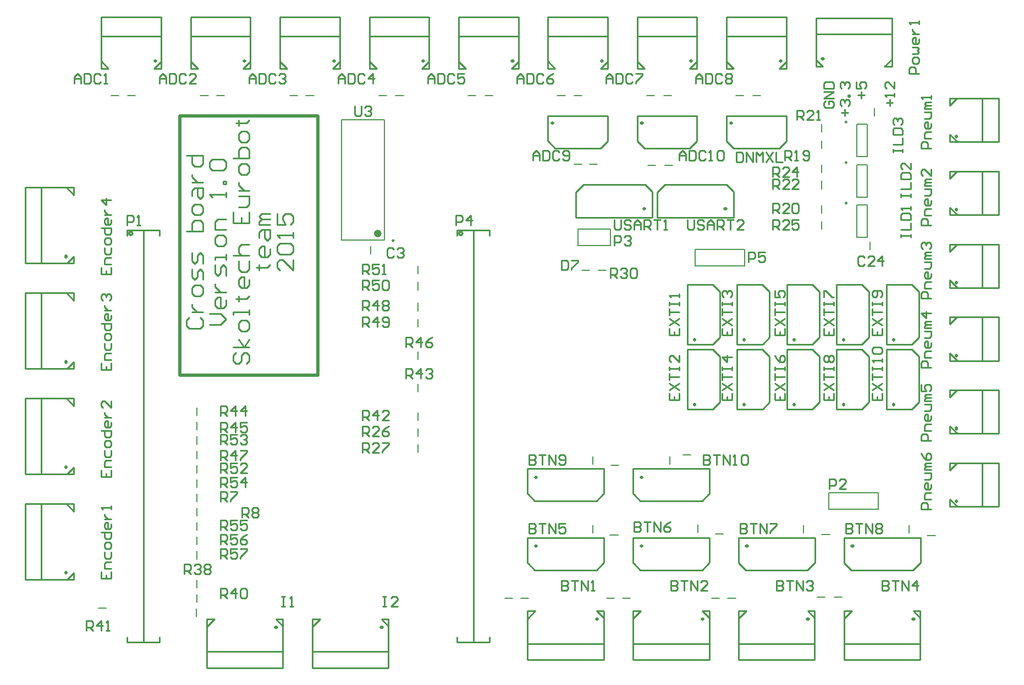
<source format=gto>
G04 Layer_Color=65535*
%FSAX44Y44*%
%MOMM*%
G71*
G01*
G75*
%ADD17C,0.2540*%
%ADD18C,0.5000*%
%ADD34C,0.3000*%
%ADD35C,0.2500*%
%ADD36C,0.6000*%
%ADD37C,0.2000*%
D17*
X01149750Y00378250D02*
X01149750Y00378250D01*
X01139500Y00378250D02*
X01149750D01*
X01033000Y00378250D02*
X01033000Y00378250D01*
X01044500D01*
X01033000Y00370250D02*
Y00378250D01*
Y00303250D02*
X01150000D01*
X01033000D02*
Y00370250D01*
Y00328250D02*
Y00366750D01*
X01033125Y00366875D02*
X01044500Y00378250D01*
X01149750Y00378250D02*
X01150000Y00378000D01*
Y00303250D02*
Y00378000D01*
X01139500Y00378250D02*
X01150020Y00367730D01*
X01033500Y00328250D02*
X01149000D01*
X01477750Y01267270D02*
X01593250D01*
X01476730Y01227790D02*
X01487250Y01217270D01*
X01476750Y01217520D02*
Y01292270D01*
Y01217520D02*
X01477000Y01217270D01*
X01582250Y01217270D02*
X01593625Y01228645D01*
X01593750Y01228770D02*
Y01267270D01*
Y01225270D02*
Y01292270D01*
X01476750D02*
X01593750D01*
Y01217270D02*
Y01225270D01*
X01582250Y01217270D02*
X01593750D01*
X01593750Y01217270D01*
X01477000Y01217270D02*
X01487250D01*
X01477000Y01217270D02*
X01477000Y01217270D01*
X01312250Y00378250D02*
X01312250Y00378250D01*
X01302000Y00378250D02*
X01312250D01*
X01195500Y00378250D02*
X01195500Y00378250D01*
X01207000D01*
X01195500Y00370250D02*
Y00378250D01*
Y00303250D02*
X01312500D01*
X01195500D02*
Y00370250D01*
Y00328250D02*
Y00366750D01*
X01195625Y00366875D02*
X01207000Y00378250D01*
X01312250Y00378250D02*
X01312500Y00378000D01*
Y00303250D02*
Y00378000D01*
X01302000Y00378250D02*
X01312520Y00367730D01*
X01196000Y00328250D02*
X01311500D01*
X01358500D02*
X01474000D01*
X01464500Y00378250D02*
X01475020Y00367730D01*
X01475000Y00303250D02*
Y00378000D01*
X01474750Y00378250D02*
X01475000Y00378000D01*
X01358125Y00366875D02*
X01369500Y00378250D01*
X01358000Y00328250D02*
Y00366750D01*
Y00303250D02*
Y00370250D01*
Y00303250D02*
X01475000D01*
X01358000Y00370250D02*
Y00378250D01*
X01358000Y00378250D02*
X01369500D01*
X01358000Y00378250D02*
X01358000Y00378250D01*
X01464500D02*
X01474750D01*
X01474750Y00378250D01*
X01637250Y00378250D02*
X01637250Y00378250D01*
X01627000Y00378250D02*
X01637250D01*
X01520500Y00378250D02*
X01520500Y00378250D01*
X01532000D01*
X01520500Y00370250D02*
Y00378250D01*
Y00303250D02*
X01637500D01*
X01520500D02*
Y00370250D01*
Y00328250D02*
Y00366750D01*
X01520625Y00366875D02*
X01532000Y00378250D01*
X01637250Y00378250D02*
X01637500Y00378000D01*
Y00303250D02*
Y00378000D01*
X01627000Y00378250D02*
X01637520Y00367730D01*
X01521000Y00328250D02*
X01636500D01*
X00284500Y00427750D02*
Y00543250D01*
X00323980Y00426730D02*
X00334500Y00437250D01*
X00259500Y00426750D02*
X00334250D01*
X00334500Y00427000D01*
X00323125Y00543625D02*
X00334500Y00532250D01*
X00284500Y00543750D02*
X00323000D01*
X00259500D02*
X00326500D01*
X00259500Y00426750D02*
Y00543750D01*
X00326500D02*
X00334500D01*
X00334500Y00532250D02*
Y00543750D01*
X00334500Y00543750D02*
X00334500Y00543750D01*
Y00427000D02*
Y00437250D01*
X00334500Y00427000D02*
X00334500Y00427000D01*
X00656000Y00365750D02*
X00656000Y00365750D01*
X00645750Y00365750D02*
X00656000D01*
X00539250Y00365750D02*
X00539250Y00365750D01*
X00550750D01*
X00539250Y00357750D02*
Y00365750D01*
Y00290750D02*
X00656250D01*
X00539250D02*
Y00357750D01*
Y00315750D02*
Y00354250D01*
X00539375Y00354375D02*
X00550750Y00365750D01*
X00656000Y00365750D02*
X00656250Y00365500D01*
Y00290750D02*
Y00365500D01*
X00645750Y00365750D02*
X00656270Y00355230D01*
X00539750Y00315750D02*
X00655250D01*
X00702250D02*
X00817750D01*
X00808250Y00365750D02*
X00818770Y00355230D01*
X00818750Y00290750D02*
Y00365500D01*
X00818500Y00365750D02*
X00818750Y00365500D01*
X00701875Y00354375D02*
X00713250Y00365750D01*
X00701750Y00315750D02*
Y00354250D01*
Y00290750D02*
Y00357750D01*
Y00290750D02*
X00818750D01*
X00701750Y00357750D02*
Y00365750D01*
X00701750Y00365750D02*
X00713250D01*
X00701750Y00365750D02*
X00701750Y00365750D01*
X00808250D02*
X00818500D01*
X00818500Y00365750D01*
X00334500Y00589500D02*
X00334500Y00589500D01*
Y00599750D01*
X00334500Y00706250D02*
X00334500Y00706250D01*
Y00694750D02*
Y00706250D01*
X00326500Y00706250D02*
X00334500D01*
X00259500Y00589250D02*
Y00706250D01*
X00326500D01*
X00284500D02*
X00323000D01*
X00323125Y00706125D02*
X00334500Y00694750D01*
X00334250Y00589250D02*
X00334500Y00589500D01*
X00259500Y00589250D02*
X00334250D01*
X00323980Y00589230D02*
X00334500Y00599750D01*
X00284500Y00590250D02*
Y00705750D01*
Y00752750D02*
Y00868250D01*
X00323980Y00751730D02*
X00334500Y00762250D01*
X00259500Y00751750D02*
X00334250D01*
X00334500Y00752000D01*
X00323125Y00868625D02*
X00334500Y00857250D01*
X00284500Y00868750D02*
X00323000D01*
X00259500D02*
X00326500D01*
X00259500Y00751750D02*
Y00868750D01*
X00326500D02*
X00334500D01*
X00334500Y00857250D02*
Y00868750D01*
X00334500Y00868750D02*
X00334500Y00868750D01*
Y00752000D02*
Y00762250D01*
X00334500Y00752000D02*
X00334500Y00752000D01*
X00334500Y00914500D02*
X00334500Y00914500D01*
Y00924750D01*
X00334500Y01031250D02*
X00334500Y01031250D01*
Y01019750D02*
Y01031250D01*
X00326500Y01031250D02*
X00334500D01*
X00259500Y00914250D02*
Y01031250D01*
X00326500D01*
X00284500D02*
X00323000D01*
X00323125Y01031125D02*
X00334500Y01019750D01*
X00334250Y00914250D02*
X00334500Y00914500D01*
X00259500Y00914250D02*
X00334250D01*
X00323980Y00914230D02*
X00334500Y00924750D01*
X00284500Y00915250D02*
Y01030750D01*
X01683250Y01168750D02*
X01683250Y01168750D01*
X01683250Y01157733D02*
Y01168750D01*
Y01101750D02*
Y01112983D01*
X01725250Y01168750D02*
X01733250D01*
X01758250Y01101750D02*
Y01168750D01*
X01683250Y01101750D02*
X01758250D01*
X01683250Y01168750D02*
X01758250D01*
X01694500Y01101733D02*
X01733250D01*
X01683250Y01112983D02*
X01694500Y01101733D01*
X01683250Y01157733D02*
X01694250Y01168733D01*
X01733250Y01101733D02*
Y01168733D01*
X01694250D02*
X01733250D01*
X01694250Y01056233D02*
X01733250D01*
Y00989233D02*
Y01056233D01*
X01683250Y01045233D02*
X01694250Y01056233D01*
X01683250Y01000483D02*
X01694500Y00989233D01*
X01733250D01*
X01683250Y01056250D02*
X01758250D01*
X01683250Y00989250D02*
X01758250D01*
Y01056250D01*
X01725250Y01056250D02*
X01733250D01*
X01683250Y00989250D02*
Y01000483D01*
Y01045233D02*
Y01056250D01*
X01683250Y01056250D01*
X01683250Y00943750D02*
X01683250Y00943750D01*
X01683250Y00932733D02*
Y00943750D01*
Y00876750D02*
Y00887983D01*
X01725250Y00943750D02*
X01733250D01*
X01758250Y00876750D02*
Y00943750D01*
X01683250Y00876750D02*
X01758250D01*
X01683250Y00943750D02*
X01758250D01*
X01694500Y00876733D02*
X01733250D01*
X01683250Y00887983D02*
X01694500Y00876733D01*
X01683250Y00932733D02*
X01694250Y00943733D01*
X01733250Y00876733D02*
Y00943733D01*
X01694250D02*
X01733250D01*
X01694250Y00831233D02*
X01733250D01*
Y00764233D02*
Y00831233D01*
X01683250Y00820233D02*
X01694250Y00831233D01*
X01683250Y00775483D02*
X01694500Y00764233D01*
X01733250D01*
X01683250Y00831250D02*
X01758250D01*
X01683250Y00764250D02*
X01758250D01*
Y00831250D01*
X01725250Y00831250D02*
X01733250D01*
X01683250Y00764250D02*
Y00775483D01*
Y00820233D02*
Y00831250D01*
X01683250Y00831250D01*
X01683250Y00718750D02*
X01683250Y00718750D01*
X01683250Y00707733D02*
Y00718750D01*
Y00651750D02*
Y00662983D01*
X01725250Y00718750D02*
X01733250D01*
X01758250Y00651750D02*
Y00718750D01*
X01683250Y00651750D02*
X01758250D01*
X01683250Y00718750D02*
X01758250D01*
X01694500Y00651733D02*
X01733250D01*
X01683250Y00662983D02*
X01694500Y00651733D01*
X01683250Y00707733D02*
X01694250Y00718733D01*
X01733250Y00651733D02*
Y00718733D01*
X01694250D02*
X01733250D01*
X01694250Y00606233D02*
X01733250D01*
Y00539233D02*
Y00606233D01*
X01683250Y00595233D02*
X01694250Y00606233D01*
X01683250Y00550483D02*
X01694500Y00539233D01*
X01733250D01*
X01683250Y00606250D02*
X01758250D01*
X01683250Y00539250D02*
X01758250D01*
Y00606250D01*
X01725250Y00606250D02*
X01733250D01*
X01683250Y00539250D02*
Y00550483D01*
Y00595233D02*
Y00606250D01*
X01683250Y00606250D01*
X01201750Y01214500D02*
X01201875Y01214375D01*
X01212750D01*
X01201750Y01214500D02*
Y01293500D01*
X01293750Y01214500D02*
Y01222500D01*
X01201750Y01293500D02*
X01293750D01*
Y01222500D02*
Y01293500D01*
X01282750Y01214375D02*
X01293750Y01225375D01*
Y01229375D01*
X01201750Y01239375D02*
Y01264375D01*
X01293750D01*
Y01229375D02*
Y01264375D01*
X01201937Y01225188D02*
X01212750Y01214375D01*
X01201750Y01225375D02*
Y01239375D01*
X01282750Y01214375D02*
X01293625D01*
X01293750Y01214500D01*
X00881125Y01214375D02*
X00881250Y01214500D01*
X00870250Y01214375D02*
X00881125D01*
X00789250Y01225375D02*
Y01239375D01*
X00789437Y01225188D02*
X00800250Y01214375D01*
X00881250Y01229375D02*
Y01264375D01*
X00789250D02*
X00881250D01*
X00789250Y01239375D02*
Y01264375D01*
X00881250Y01225375D02*
Y01229375D01*
X00870250Y01214375D02*
X00881250Y01225375D01*
X00881250Y01222500D02*
Y01293500D01*
X00789250D02*
X00881250D01*
Y01214500D02*
Y01222500D01*
X00789250Y01214500D02*
Y01293500D01*
X00789375Y01214375D02*
X00800250D01*
X00789250Y01214500D02*
X00789375Y01214375D01*
X00376750Y01214500D02*
X00376875Y01214375D01*
X00387750D01*
X00376750Y01214500D02*
Y01293500D01*
X00468750Y01214500D02*
Y01222500D01*
X00376750Y01293500D02*
X00468750D01*
Y01222500D02*
Y01293500D01*
X00457750Y01214375D02*
X00468750Y01225375D01*
Y01229375D01*
X00376750Y01239375D02*
Y01264375D01*
X00468750D01*
Y01229375D02*
Y01264375D01*
X00376937Y01225188D02*
X00387750Y01214375D01*
X00376750Y01225375D02*
Y01239375D01*
X00457750Y01214375D02*
X00468625D01*
X00468750Y01214500D01*
X01431125Y01214375D02*
X01431250Y01214500D01*
X01420250Y01214375D02*
X01431125D01*
X01339250Y01225375D02*
Y01239375D01*
X01339438Y01225188D02*
X01350250Y01214375D01*
X01431250Y01229375D02*
Y01264375D01*
X01339250D02*
X01431250D01*
X01339250Y01239375D02*
Y01264375D01*
X01431250Y01225375D02*
Y01229375D01*
X01420250Y01214375D02*
X01431250Y01225375D01*
X01431250Y01222500D02*
Y01293500D01*
X01339250D02*
X01431250D01*
Y01214500D02*
Y01222500D01*
X01339250Y01214500D02*
Y01293500D01*
X01339375Y01214375D02*
X01350250D01*
X01339250Y01214500D02*
X01339375Y01214375D01*
X00926750Y01214500D02*
X00926875Y01214375D01*
X00937750D01*
X00926750Y01214500D02*
Y01293500D01*
X01018750Y01214500D02*
Y01222500D01*
X00926750Y01293500D02*
X01018750D01*
Y01222500D02*
Y01293500D01*
X01007750Y01214375D02*
X01018750Y01225375D01*
Y01229375D01*
X00926750Y01239375D02*
Y01264375D01*
X01018750D01*
Y01229375D02*
Y01264375D01*
X00926937Y01225188D02*
X00937750Y01214375D01*
X00926750Y01225375D02*
Y01239375D01*
X01007750Y01214375D02*
X01018625D01*
X01018750Y01214500D01*
X00606125Y01214375D02*
X00606250Y01214500D01*
X00595250Y01214375D02*
X00606125D01*
X00514250Y01225375D02*
Y01239375D01*
X00514437Y01225188D02*
X00525250Y01214375D01*
X00606250Y01229375D02*
Y01264375D01*
X00514250D02*
X00606250D01*
X00514250Y01239375D02*
Y01264375D01*
X00606250Y01225375D02*
Y01229375D01*
X00595250Y01214375D02*
X00606250Y01225375D01*
X00606250Y01222500D02*
Y01293500D01*
X00514250D02*
X00606250D01*
Y01214500D02*
Y01222500D01*
X00514250Y01214500D02*
Y01293500D01*
X00514375Y01214375D02*
X00525250D01*
X00514250Y01214500D02*
X00514375Y01214375D01*
X01064250Y01214500D02*
X01064375Y01214375D01*
X01075250D01*
X01064250Y01214500D02*
Y01293500D01*
X01156250Y01214500D02*
Y01222500D01*
X01064250Y01293500D02*
X01156250D01*
Y01222500D02*
Y01293500D01*
X01145250Y01214375D02*
X01156250Y01225375D01*
Y01229375D01*
X01064250Y01239375D02*
Y01264375D01*
X01156250D01*
Y01229375D02*
Y01264375D01*
X01064437Y01225188D02*
X01075250Y01214375D01*
X01064250Y01225375D02*
Y01239375D01*
X01145250Y01214375D02*
X01156125D01*
X01156250Y01214500D01*
X00743625Y01214375D02*
X00743750Y01214500D01*
X00732750Y01214375D02*
X00743625D01*
X00651750Y01225375D02*
Y01239375D01*
X00651937Y01225188D02*
X00662750Y01214375D01*
X00743750Y01229375D02*
Y01264375D01*
X00651750D02*
X00743750D01*
X00651750Y01239375D02*
Y01264375D01*
X00743750Y01225375D02*
Y01229375D01*
X00732750Y01214375D02*
X00743750Y01225375D01*
X00743750Y01222500D02*
Y01293500D01*
X00651750D02*
X00743750D01*
Y01214500D02*
Y01222500D01*
X00651750Y01214500D02*
Y01293500D01*
X00651875Y01214375D02*
X00662750D01*
X00651750Y01214500D02*
X00651875Y01214375D01*
X01417250Y01091500D02*
X01420250D01*
X01431250Y01102500D01*
Y01106500D01*
X01350250Y01091500D02*
X01417250D01*
X01339250Y01116500D02*
Y01141500D01*
X01431250D01*
Y01106500D02*
Y01141500D01*
X01340250Y01101500D02*
X01350250Y01091500D01*
X01339250Y01102500D02*
Y01116500D01*
Y01102500D02*
X01340250Y01101500D01*
X01318000Y00789250D02*
X01319000Y00790250D01*
X01304000Y00789250D02*
X01318000D01*
X01319000Y00790250D02*
X01329000Y00800250D01*
X01279000Y00881250D02*
X01314000D01*
X01279000Y00789250D02*
Y00881250D01*
Y00789250D02*
X01304000D01*
X01329000Y00800250D02*
Y00867250D01*
X01314000Y00881250D02*
X01318000D01*
X01329000Y00870250D01*
Y00867250D02*
Y00870250D01*
Y00767250D02*
Y00770250D01*
X01318000Y00781250D02*
X01329000Y00770250D01*
X01314000Y00781250D02*
X01318000D01*
X01329000Y00700250D02*
Y00767250D01*
X01279000Y00689250D02*
X01304000D01*
X01279000D02*
Y00781250D01*
X01314000D01*
X01319000Y00690250D02*
X01329000Y00700250D01*
X01304000Y00689250D02*
X01318000D01*
X01319000Y00690250D01*
X01394563Y00789250D02*
X01395562Y00790250D01*
X01380562Y00789250D02*
X01394563D01*
X01395562Y00790250D02*
X01405562Y00800250D01*
X01355562Y00881250D02*
X01390562D01*
X01355562Y00789250D02*
Y00881250D01*
Y00789250D02*
X01380562D01*
X01405562Y00800250D02*
Y00867250D01*
X01390562Y00881250D02*
X01394563D01*
X01405562Y00870250D01*
Y00867250D02*
Y00870250D01*
Y00767250D02*
Y00770250D01*
X01394563Y00781250D02*
X01405562Y00770250D01*
X01390562Y00781250D02*
X01394563D01*
X01405562Y00700250D02*
Y00767250D01*
X01355562Y00689250D02*
X01380562D01*
X01355562D02*
Y00781250D01*
X01390562D01*
X01395562Y00690250D02*
X01405562Y00700250D01*
X01380562Y00689250D02*
X01394563D01*
X01395562Y00690250D01*
X01471125Y00789250D02*
X01472125Y00790250D01*
X01457125Y00789250D02*
X01471125D01*
X01472125Y00790250D02*
X01482125Y00800250D01*
X01432125Y00881250D02*
X01467125D01*
X01432125Y00789250D02*
Y00881250D01*
Y00789250D02*
X01457125D01*
X01482125Y00800250D02*
Y00867250D01*
X01467125Y00881250D02*
X01471125D01*
X01482125Y00870250D01*
Y00867250D02*
Y00870250D01*
Y00767250D02*
Y00770250D01*
X01471125Y00781250D02*
X01482125Y00770250D01*
X01467125Y00781250D02*
X01471125D01*
X01482125Y00700250D02*
Y00767250D01*
X01432125Y00689250D02*
X01457125D01*
X01432125D02*
Y00781250D01*
X01467125D01*
X01472125Y00690250D02*
X01482125Y00700250D01*
X01457125Y00689250D02*
X01471125D01*
X01472125Y00690250D01*
X01547688Y00789250D02*
X01548687Y00790250D01*
X01533687Y00789250D02*
X01547688D01*
X01548687Y00790250D02*
X01558687Y00800250D01*
X01508687Y00881250D02*
X01543687D01*
X01508687Y00789250D02*
Y00881250D01*
Y00789250D02*
X01533687D01*
X01558687Y00800250D02*
Y00867250D01*
X01543687Y00881250D02*
X01547688D01*
X01558687Y00870250D01*
Y00867250D02*
Y00870250D01*
Y00767250D02*
Y00770250D01*
X01547688Y00781250D02*
X01558687Y00770250D01*
X01543687Y00781250D02*
X01547688D01*
X01558687Y00700250D02*
Y00767250D01*
X01508687Y00689250D02*
X01533687D01*
X01508687D02*
Y00781250D01*
X01543687D01*
X01548687Y00690250D02*
X01558687Y00700250D01*
X01533687Y00689250D02*
X01547688D01*
X01548687Y00690250D01*
X01624250Y00789250D02*
X01625250Y00790250D01*
X01610250Y00789250D02*
X01624250D01*
X01625250Y00790250D02*
X01635250Y00800250D01*
X01585250Y00881250D02*
X01620250D01*
X01585250Y00789250D02*
Y00881250D01*
Y00789250D02*
X01610250D01*
X01635250Y00800250D02*
Y00867250D01*
X01620250Y00881250D02*
X01624250D01*
X01635250Y00870250D01*
Y00867250D02*
Y00870250D01*
Y00767250D02*
Y00770250D01*
X01624250Y00781250D02*
X01635250Y00770250D01*
X01620250Y00781250D02*
X01624250D01*
X01635250Y00700250D02*
Y00767250D01*
X01585250Y00689250D02*
X01610250D01*
X01585250D02*
Y00781250D01*
X01620250D01*
X01625250Y00690250D02*
X01635250Y00700250D01*
X01610250Y00689250D02*
X01624250D01*
X01625250Y00690250D01*
X01064250Y01102500D02*
X01065250Y01101500D01*
X01064250Y01102500D02*
Y01116500D01*
X01065250Y01101500D02*
X01075250Y01091500D01*
X01156250Y01106500D02*
Y01141500D01*
X01064250D02*
X01156250D01*
X01064250Y01116500D02*
Y01141500D01*
X01075250Y01091500D02*
X01142250D01*
X01156250Y01102500D02*
Y01106500D01*
X01145250Y01091500D02*
X01156250Y01102500D01*
X01142250Y01091500D02*
X01145250D01*
X01279750D02*
X01282750D01*
X01293750Y01102500D01*
Y01106500D01*
X01212750Y01091500D02*
X01279750D01*
X01201750Y01116500D02*
Y01141500D01*
X01293750D01*
Y01106500D02*
Y01141500D01*
X01202750Y01101500D02*
X01212750Y01091500D01*
X01201750Y01102500D02*
Y01116500D01*
Y01102500D02*
X01202750Y01101500D01*
X00441250Y00330250D02*
Y00965250D01*
X00455250D02*
X00466250D01*
X00427250D02*
X00455250D01*
X00427250Y00330250D02*
X00455250D01*
X00466250D01*
Y00338250D01*
X00441250Y00965250D02*
X00452750D01*
X00416250Y00330250D02*
X00427250D01*
X00416250Y00965250D02*
X00427250D01*
X00416250Y00956750D02*
Y00965250D01*
X00466250Y00956750D02*
Y00965250D01*
X00416250Y00330250D02*
Y00338250D01*
X00924250Y00330250D02*
Y00338250D01*
X00974250Y00956750D02*
Y00965250D01*
X00924250Y00956750D02*
Y00965250D01*
X00935250D01*
X00924250Y00330250D02*
X00935250D01*
X00949250Y00965250D02*
X00960750D01*
X00974250Y00330250D02*
Y00338250D01*
X00963250Y00330250D02*
X00974250D01*
X00935250D02*
X00963250D01*
X00935250Y00965250D02*
X00963250D01*
X00974250D01*
X00949250Y00330250D02*
Y00965250D01*
X01195500Y00572750D02*
Y00597750D01*
X01313000D01*
X01311500Y00557750D02*
Y00557750D01*
X01301500Y00547750D02*
X01311500Y00557750D01*
X01313000Y00559250D02*
Y00597750D01*
X01301500Y00547750D02*
X01311500Y00557750D01*
X01206500Y00547750D02*
X01301500D01*
X01196500Y00557750D02*
X01206500Y00547750D01*
X01195500Y00558750D02*
Y00572750D01*
Y00558750D02*
X01196500Y00557750D01*
X01311500Y00557750D02*
X01313000Y00559250D01*
X01033000Y00572750D02*
Y00597750D01*
X01150500D01*
X01149000Y00557750D02*
Y00557750D01*
X01139000Y00547750D02*
X01149000Y00557750D01*
X01150500Y00559250D02*
Y00597750D01*
X01139000Y00547750D02*
X01149000Y00557750D01*
X01044000Y00547750D02*
X01139000D01*
X01034000Y00557750D02*
X01044000Y00547750D01*
X01033000Y00558750D02*
Y00572750D01*
Y00558750D02*
X01034000Y00557750D01*
X01149000Y00557750D02*
X01150500Y00559250D01*
X01520500Y00466500D02*
Y00491500D01*
X01638000D01*
X01636500Y00451500D02*
Y00451500D01*
X01626500Y00441500D02*
X01636500Y00451500D01*
X01638000Y00453000D02*
Y00491500D01*
X01626500Y00441500D02*
X01636500Y00451500D01*
X01531500Y00441500D02*
X01626500D01*
X01521500Y00451500D02*
X01531500Y00441500D01*
X01520500Y00452500D02*
Y00466500D01*
Y00452500D02*
X01521500Y00451500D01*
X01636500Y00451500D02*
X01638000Y00453000D01*
X01358000Y00466500D02*
Y00491500D01*
X01475500D01*
X01474000Y00451500D02*
Y00451500D01*
X01464000Y00441500D02*
X01474000Y00451500D01*
X01475500Y00453000D02*
Y00491500D01*
X01464000Y00441500D02*
X01474000Y00451500D01*
X01369000Y00441500D02*
X01464000D01*
X01359000Y00451500D02*
X01369000Y00441500D01*
X01358000Y00452500D02*
Y00466500D01*
Y00452500D02*
X01359000Y00451500D01*
X01474000Y00451500D02*
X01475500Y00453000D01*
X01033000Y00466500D02*
Y00491500D01*
X01150500D01*
X01149000Y00451500D02*
Y00451500D01*
X01139000Y00441500D02*
X01149000Y00451500D01*
X01150500Y00453000D02*
Y00491500D01*
X01139000Y00441500D02*
X01149000Y00451500D01*
X01044000Y00441500D02*
X01139000D01*
X01034000Y00451500D02*
X01044000Y00441500D01*
X01033000Y00452500D02*
Y00466500D01*
Y00452500D02*
X01034000Y00451500D01*
X01149000Y00451500D02*
X01150500Y00453000D01*
X01195500Y00466500D02*
Y00491500D01*
X01313000D01*
X01311500Y00451500D02*
Y00451500D01*
X01301500Y00441500D02*
X01311500Y00451500D01*
X01313000Y00453000D02*
Y00491500D01*
X01301500Y00441500D02*
X01311500Y00451500D01*
X01206500Y00441500D02*
X01301500D01*
X01196500Y00451500D02*
X01206500Y00441500D01*
X01195500Y00452500D02*
Y00466500D01*
Y00452500D02*
X01196500Y00451500D01*
X01311500Y00451500D02*
X01313000Y00453000D01*
X01225000Y00985250D02*
Y01010250D01*
X01107500Y00985250D02*
X01225000D01*
X01109000Y01025250D02*
Y01025250D01*
X01119000Y01035250D01*
X01107500Y00985250D02*
Y01023750D01*
X01109000Y01025250D02*
X01119000Y01035250D01*
X01214000D01*
X01224000Y01025250D01*
X01225000Y01010250D02*
Y01024250D01*
X01224000Y01025250D02*
X01225000Y01024250D01*
X01107500Y01023750D02*
X01109000Y01025250D01*
X01350000Y00985250D02*
Y01010250D01*
X01232500Y00985250D02*
X01350000D01*
X01234000Y01025250D02*
Y01025250D01*
X01244000Y01035250D01*
X01232500Y00985250D02*
Y01023750D01*
X01234000Y01025250D02*
X01244000Y01035250D01*
X01339000D01*
X01349000Y01025250D01*
X01350000Y01010250D02*
Y01024250D01*
X01349000Y01025250D02*
X01350000Y01024250D01*
X01232500Y01023750D02*
X01234000Y01025250D01*
X00511918Y00830512D02*
X00507752Y00826347D01*
Y00818016D01*
X00511918Y00813850D01*
X00528579D01*
X00532744Y00818016D01*
Y00826347D01*
X00528579Y00830512D01*
X00516083Y00838842D02*
X00532744D01*
X00524414D01*
X00520248Y00843008D01*
X00516083Y00847173D01*
Y00851338D01*
X00532744Y00868000D02*
Y00876330D01*
X00528579Y00880496D01*
X00520248D01*
X00516083Y00876330D01*
Y00868000D01*
X00520248Y00863834D01*
X00528579D01*
X00532744Y00868000D01*
Y00888826D02*
Y00901322D01*
X00528579Y00905488D01*
X00524414Y00901322D01*
Y00892992D01*
X00520248Y00888826D01*
X00516083Y00892992D01*
Y00905488D01*
X00532744Y00913818D02*
Y00926314D01*
X00528579Y00930480D01*
X00524414Y00926314D01*
Y00917983D01*
X00520248Y00913818D01*
X00516083Y00917983D01*
Y00930480D01*
X00507752Y00963802D02*
X00532744D01*
Y00976298D01*
X00528579Y00980463D01*
X00524414D01*
X00520248D01*
X00516083Y00976298D01*
Y00963802D01*
X00532744Y00992959D02*
Y01001290D01*
X00528579Y01005455D01*
X00520248D01*
X00516083Y01001290D01*
Y00992959D01*
X00520248Y00988794D01*
X00528579D01*
X00532744Y00992959D01*
X00516083Y01017951D02*
Y01026282D01*
X00520248Y01030447D01*
X00532744D01*
Y01017951D01*
X00528579Y01013786D01*
X00524414Y01017951D01*
Y01030447D01*
X00516083Y01038778D02*
X00532744D01*
X00524414D01*
X00520248Y01042943D01*
X00516083Y01047108D01*
Y01051274D01*
X00507752Y01080431D02*
X00532744D01*
Y01067935D01*
X00528579Y01063770D01*
X00520248D01*
X00516083Y01067935D01*
Y01080431D01*
X00543672Y00820098D02*
X00560333D01*
X00568664Y00828429D01*
X00560333Y00836760D01*
X00543672D01*
X00568664Y00857586D02*
Y00849256D01*
X00564499Y00845090D01*
X00556168D01*
X00552003Y00849256D01*
Y00857586D01*
X00556168Y00861752D01*
X00560333D01*
Y00845090D01*
X00552003Y00870082D02*
X00568664D01*
X00560333D01*
X00556168Y00874248D01*
X00552003Y00878413D01*
Y00882578D01*
X00568664Y00895074D02*
Y00907570D01*
X00564499Y00911736D01*
X00560333Y00907570D01*
Y00899240D01*
X00556168Y00895074D01*
X00552003Y00899240D01*
Y00911736D01*
X00568664Y00920066D02*
Y00928397D01*
Y00924231D01*
X00552003D01*
Y00920066D01*
X00568664Y00945058D02*
Y00953389D01*
X00564499Y00957554D01*
X00556168D01*
X00552003Y00953389D01*
Y00945058D01*
X00556168Y00940893D01*
X00564499D01*
X00568664Y00945058D01*
Y00965885D02*
X00552003D01*
Y00978381D01*
X00556168Y00982546D01*
X00568664D01*
Y01015869D02*
Y01024199D01*
Y01020034D01*
X00543672D01*
X00547837Y01015869D01*
X00568664Y01036695D02*
X00564499D01*
Y01040861D01*
X00568664D01*
Y01036695D01*
X00547837Y01057522D02*
X00543672Y01061687D01*
Y01070018D01*
X00547837Y01074183D01*
X00564499D01*
X00568664Y01070018D01*
Y01061687D01*
X00564499Y01057522D01*
X00547837D01*
X00583757Y00776363D02*
X00579592Y00772197D01*
Y00763867D01*
X00583757Y00759701D01*
X00587922D01*
X00592088Y00763867D01*
Y00772197D01*
X00596253Y00776363D01*
X00600418D01*
X00604584Y00772197D01*
Y00763867D01*
X00600418Y00759701D01*
X00604584Y00784693D02*
X00579592D01*
X00596253D02*
X00587922Y00797189D01*
X00596253Y00784693D02*
X00604584Y00797189D01*
Y00813850D02*
Y00822181D01*
X00600418Y00826347D01*
X00592088D01*
X00587922Y00822181D01*
Y00813850D01*
X00592088Y00809685D01*
X00600418D01*
X00604584Y00813850D01*
Y00834677D02*
Y00843008D01*
Y00838842D01*
X00579592D01*
Y00834677D01*
X00583757Y00859669D02*
X00587922D01*
Y00855504D01*
Y00863834D01*
Y00859669D01*
X00600418D01*
X00604584Y00863834D01*
Y00888826D02*
Y00880496D01*
X00600418Y00876330D01*
X00592088D01*
X00587922Y00880496D01*
Y00888826D01*
X00592088Y00892992D01*
X00596253D01*
Y00876330D01*
X00587922Y00917983D02*
Y00905488D01*
X00592088Y00901322D01*
X00600418D01*
X00604584Y00905488D01*
Y00917983D01*
X00579592Y00926314D02*
X00604584D01*
X00592088D01*
X00587922Y00930480D01*
Y00938810D01*
X00592088Y00942975D01*
X00604584D01*
X00579592Y00992959D02*
Y00976298D01*
X00604584D01*
Y00992959D01*
X00592088Y00976298D02*
Y00984629D01*
X00587922Y01001290D02*
X00600418D01*
X00604584Y01005455D01*
Y01017951D01*
X00587922D01*
Y01026282D02*
X00604584D01*
X00596253D01*
X00592088Y01030447D01*
X00587922Y01034613D01*
Y01038778D01*
X00604584Y01055439D02*
Y01063770D01*
X00600418Y01067935D01*
X00592088D01*
X00587922Y01063770D01*
Y01055439D01*
X00592088Y01051274D01*
X00600418D01*
X00604584Y01055439D01*
X00579592Y01076266D02*
X00604584D01*
Y01088762D01*
X00600418Y01092927D01*
X00596253D01*
X00592088D01*
X00587922Y01088762D01*
Y01076266D01*
X00604584Y01105423D02*
Y01113754D01*
X00600418Y01117919D01*
X00592088D01*
X00587922Y01113754D01*
Y01105423D01*
X00592088Y01101258D01*
X00600418D01*
X00604584Y01105423D01*
X00583757Y01130415D02*
X00587922D01*
Y01126249D01*
Y01134580D01*
Y01130415D01*
X00600418D01*
X00604584Y01134580D01*
X00615512Y00907570D02*
X00619677D01*
Y00903405D01*
Y00911736D01*
Y00907570D01*
X00632173D01*
X00636338Y00911736D01*
Y00936728D02*
Y00928397D01*
X00632173Y00924231D01*
X00623842D01*
X00619677Y00928397D01*
Y00936728D01*
X00623842Y00940893D01*
X00628008D01*
Y00924231D01*
X00619677Y00953389D02*
Y00961719D01*
X00623842Y00965885D01*
X00636338D01*
Y00953389D01*
X00632173Y00949223D01*
X00628008Y00953389D01*
Y00965885D01*
X00636338Y00974215D02*
X00619677D01*
Y00978381D01*
X00623842Y00982546D01*
X00636338D01*
X00623842D01*
X00619677Y00986711D01*
X00623842Y00990877D01*
X00636338D01*
X00672258Y00920066D02*
Y00903405D01*
X00655596Y00920066D01*
X00651431D01*
X00647266Y00915901D01*
Y00907570D01*
X00651431Y00903405D01*
Y00928397D02*
X00647266Y00932562D01*
Y00940893D01*
X00651431Y00945058D01*
X00668092D01*
X00672258Y00940893D01*
Y00932562D01*
X00668092Y00928397D01*
X00651431D01*
X00672258Y00953389D02*
Y00961719D01*
Y00957554D01*
X00647266D01*
X00651431Y00953389D01*
X00647266Y00990877D02*
Y00974215D01*
X00659762D01*
X00655596Y00982546D01*
Y00986711D01*
X00659762Y00990877D01*
X00668092D01*
X00672258Y00986711D01*
Y00978381D01*
X00668092Y00974215D01*
X00376265Y00907907D02*
Y00897750D01*
X00391500D01*
Y00907907D01*
X00383882Y00897750D02*
Y00902828D01*
X00391500Y00912985D02*
X00381343D01*
Y00920603D01*
X00383882Y00923142D01*
X00391500D01*
X00381343Y00938377D02*
Y00930759D01*
X00383882Y00928220D01*
X00388961D01*
X00391500Y00930759D01*
Y00938377D01*
Y00945994D02*
Y00951073D01*
X00388961Y00953612D01*
X00383882D01*
X00381343Y00951073D01*
Y00945994D01*
X00383882Y00943455D01*
X00388961D01*
X00391500Y00945994D01*
X00376265Y00968847D02*
X00391500D01*
Y00961229D01*
X00388961Y00958690D01*
X00383882D01*
X00381343Y00961229D01*
Y00968847D01*
X00391500Y00981543D02*
Y00976465D01*
X00388961Y00973925D01*
X00383882D01*
X00381343Y00976465D01*
Y00981543D01*
X00383882Y00984082D01*
X00386422D01*
Y00973925D01*
X00381343Y00989161D02*
X00391500D01*
X00386422D01*
X00383882Y00991700D01*
X00381343Y00994239D01*
Y00996778D01*
X00391500Y01012013D02*
X00376265D01*
X00383882Y01004396D01*
Y01014552D01*
X00376265Y00760676D02*
Y00750519D01*
X00391500D01*
Y00760676D01*
X00383882Y00750519D02*
Y00755597D01*
X00391500Y00765754D02*
X00381343D01*
Y00773372D01*
X00383882Y00775911D01*
X00391500D01*
X00381343Y00791146D02*
Y00783528D01*
X00383882Y00780989D01*
X00388961D01*
X00391500Y00783528D01*
Y00791146D01*
Y00798763D02*
Y00803842D01*
X00388961Y00806381D01*
X00383882D01*
X00381343Y00803842D01*
Y00798763D01*
X00383882Y00796224D01*
X00388961D01*
X00391500Y00798763D01*
X00376265Y00821616D02*
X00391500D01*
Y00813998D01*
X00388961Y00811459D01*
X00383882D01*
X00381343Y00813998D01*
Y00821616D01*
X00391500Y00834312D02*
Y00829234D01*
X00388961Y00826694D01*
X00383882D01*
X00381343Y00829234D01*
Y00834312D01*
X00383882Y00836851D01*
X00386422D01*
Y00826694D01*
X00381343Y00841929D02*
X00391500D01*
X00386422D01*
X00383882Y00844469D01*
X00381343Y00847008D01*
Y00849547D01*
X00378804Y00857165D02*
X00376265Y00859704D01*
Y00864782D01*
X00378804Y00867321D01*
X00381343D01*
X00383882Y00864782D01*
Y00862243D01*
Y00864782D01*
X00386422Y00867321D01*
X00388961D01*
X00391500Y00864782D01*
Y00859704D01*
X00388961Y00857165D01*
X00376265Y00595407D02*
Y00585250D01*
X00391500D01*
Y00595407D01*
X00383882Y00585250D02*
Y00590328D01*
X00391500Y00600485D02*
X00381343D01*
Y00608103D01*
X00383882Y00610642D01*
X00391500D01*
X00381343Y00625877D02*
Y00618259D01*
X00383882Y00615720D01*
X00388961D01*
X00391500Y00618259D01*
Y00625877D01*
Y00633494D02*
Y00638573D01*
X00388961Y00641112D01*
X00383882D01*
X00381343Y00638573D01*
Y00633494D01*
X00383882Y00630955D01*
X00388961D01*
X00391500Y00633494D01*
X00376265Y00656347D02*
X00391500D01*
Y00648729D01*
X00388961Y00646190D01*
X00383882D01*
X00381343Y00648729D01*
Y00656347D01*
X00391500Y00669043D02*
Y00663965D01*
X00388961Y00661425D01*
X00383882D01*
X00381343Y00663965D01*
Y00669043D01*
X00383882Y00671582D01*
X00386422D01*
Y00661425D01*
X00381343Y00676661D02*
X00391500D01*
X00386422D01*
X00383882Y00679200D01*
X00381343Y00681739D01*
Y00684278D01*
X00391500Y00702052D02*
Y00691896D01*
X00381343Y00702052D01*
X00378804D01*
X00376265Y00699513D01*
Y00694435D01*
X00378804Y00691896D01*
X01266500Y01072750D02*
Y01082907D01*
X01271578Y01087985D01*
X01276657Y01082907D01*
Y01072750D01*
Y01080368D01*
X01266500D01*
X01281735Y01087985D02*
Y01072750D01*
X01289353D01*
X01291892Y01075289D01*
Y01085446D01*
X01289353Y01087985D01*
X01281735D01*
X01307127Y01085446D02*
X01304588Y01087985D01*
X01299509D01*
X01296970Y01085446D01*
Y01075289D01*
X01299509Y01072750D01*
X01304588D01*
X01307127Y01075289D01*
X01312205Y01072750D02*
X01317284D01*
X01314744D01*
Y01087985D01*
X01312205Y01085446D01*
X01324901D02*
X01327440Y01087985D01*
X01332519D01*
X01335058Y01085446D01*
Y01075289D01*
X01332519Y01072750D01*
X01327440D01*
X01324901Y01075289D01*
Y01085446D01*
X01041500Y01072750D02*
Y01082907D01*
X01046578Y01087985D01*
X01051657Y01082907D01*
Y01072750D01*
Y01080368D01*
X01041500D01*
X01056735Y01087985D02*
Y01072750D01*
X01064353D01*
X01066892Y01075289D01*
Y01085446D01*
X01064353Y01087985D01*
X01056735D01*
X01082127Y01085446D02*
X01079588Y01087985D01*
X01074509D01*
X01071970Y01085446D01*
Y01075289D01*
X01074509Y01072750D01*
X01079588D01*
X01082127Y01075289D01*
X01087205D02*
X01089744Y01072750D01*
X01094823D01*
X01097362Y01075289D01*
Y01085446D01*
X01094823Y01087985D01*
X01089744D01*
X01087205Y01085446D01*
Y01082907D01*
X01089744Y01080368D01*
X01097362D01*
X01563765Y00714157D02*
Y00704000D01*
X01579000D01*
Y00714157D01*
X01571382Y00704000D02*
Y00709078D01*
X01563765Y00719235D02*
X01579000Y00729392D01*
X01563765D02*
X01579000Y00719235D01*
X01563765Y00734470D02*
Y00744627D01*
Y00739548D01*
X01579000D01*
X01563765Y00749705D02*
Y00754784D01*
Y00752244D01*
X01579000D01*
Y00749705D01*
Y00754784D01*
Y00762401D02*
Y00767479D01*
Y00764940D01*
X01563765D01*
X01566304Y00762401D01*
Y00775097D02*
X01563765Y00777636D01*
Y00782714D01*
X01566304Y00785254D01*
X01576461D01*
X01579000Y00782714D01*
Y00777636D01*
X01576461Y00775097D01*
X01566304D01*
X01563765Y00814157D02*
Y00804000D01*
X01579000D01*
Y00814157D01*
X01571382Y00804000D02*
Y00809078D01*
X01563765Y00819235D02*
X01579000Y00829392D01*
X01563765D02*
X01579000Y00819235D01*
X01563765Y00834470D02*
Y00844627D01*
Y00839548D01*
X01579000D01*
X01563765Y00849705D02*
Y00854784D01*
Y00852244D01*
X01579000D01*
Y00849705D01*
Y00854784D01*
X01576461Y00862401D02*
X01579000Y00864940D01*
Y00870019D01*
X01576461Y00872558D01*
X01566304D01*
X01563765Y00870019D01*
Y00864940D01*
X01566304Y00862401D01*
X01568843D01*
X01571382Y00864940D01*
Y00872558D01*
X01488765Y00714157D02*
Y00704000D01*
X01504000D01*
Y00714157D01*
X01496382Y00704000D02*
Y00709078D01*
X01488765Y00719235D02*
X01504000Y00729392D01*
X01488765D02*
X01504000Y00719235D01*
X01488765Y00734470D02*
Y00744627D01*
Y00739548D01*
X01504000D01*
X01488765Y00749705D02*
Y00754784D01*
Y00752244D01*
X01504000D01*
Y00749705D01*
Y00754784D01*
X01491304Y00762401D02*
X01488765Y00764940D01*
Y00770019D01*
X01491304Y00772558D01*
X01493843D01*
X01496382Y00770019D01*
X01498922Y00772558D01*
X01501461D01*
X01504000Y00770019D01*
Y00764940D01*
X01501461Y00762401D01*
X01498922D01*
X01496382Y00764940D01*
X01493843Y00762401D01*
X01491304D01*
X01496382Y00764940D02*
Y00770019D01*
X01488765Y00814157D02*
Y00804000D01*
X01504000D01*
Y00814157D01*
X01496382Y00804000D02*
Y00809078D01*
X01488765Y00819235D02*
X01504000Y00829392D01*
X01488765D02*
X01504000Y00819235D01*
X01488765Y00834470D02*
Y00844627D01*
Y00839548D01*
X01504000D01*
X01488765Y00849705D02*
Y00854784D01*
Y00852244D01*
X01504000D01*
Y00849705D01*
Y00854784D01*
X01488765Y00862401D02*
Y00872558D01*
X01491304D01*
X01501461Y00862401D01*
X01504000D01*
X01413765Y00714157D02*
Y00704000D01*
X01429000D01*
Y00714157D01*
X01421382Y00704000D02*
Y00709078D01*
X01413765Y00719235D02*
X01429000Y00729392D01*
X01413765D02*
X01429000Y00719235D01*
X01413765Y00734470D02*
Y00744627D01*
Y00739548D01*
X01429000D01*
X01413765Y00749705D02*
Y00754784D01*
Y00752244D01*
X01429000D01*
Y00749705D01*
Y00754784D01*
X01413765Y00772558D02*
X01416304Y00767479D01*
X01421382Y00762401D01*
X01426461D01*
X01429000Y00764940D01*
Y00770019D01*
X01426461Y00772558D01*
X01423922D01*
X01421382Y00770019D01*
Y00762401D01*
X01413765Y00814157D02*
Y00804000D01*
X01429000D01*
Y00814157D01*
X01421382Y00804000D02*
Y00809078D01*
X01413765Y00819235D02*
X01429000Y00829392D01*
X01413765D02*
X01429000Y00819235D01*
X01413765Y00834470D02*
Y00844627D01*
Y00839548D01*
X01429000D01*
X01413765Y00849705D02*
Y00854784D01*
Y00852244D01*
X01429000D01*
Y00849705D01*
Y00854784D01*
X01413765Y00872558D02*
Y00862401D01*
X01421382D01*
X01418843Y00867479D01*
Y00870019D01*
X01421382Y00872558D01*
X01426461D01*
X01429000Y00870019D01*
Y00864940D01*
X01426461Y00862401D01*
X01332515Y00714157D02*
Y00704000D01*
X01347750D01*
Y00714157D01*
X01340132Y00704000D02*
Y00709078D01*
X01332515Y00719235D02*
X01347750Y00729392D01*
X01332515D02*
X01347750Y00719235D01*
X01332515Y00734470D02*
Y00744627D01*
Y00739548D01*
X01347750D01*
X01332515Y00749705D02*
Y00754784D01*
Y00752244D01*
X01347750D01*
Y00749705D01*
Y00754784D01*
Y00770019D02*
X01332515D01*
X01340132Y00762401D01*
Y00772558D01*
X01332515Y00814157D02*
Y00804000D01*
X01347750D01*
Y00814157D01*
X01340132Y00804000D02*
Y00809078D01*
X01332515Y00819235D02*
X01347750Y00829392D01*
X01332515D02*
X01347750Y00819235D01*
X01332515Y00834470D02*
Y00844627D01*
Y00839548D01*
X01347750D01*
X01332515Y00849705D02*
Y00854784D01*
Y00852244D01*
X01347750D01*
Y00849705D01*
Y00854784D01*
X01335054Y00862401D02*
X01332515Y00864940D01*
Y00870019D01*
X01335054Y00872558D01*
X01337593D01*
X01340132Y00870019D01*
Y00867479D01*
Y00870019D01*
X01342672Y00872558D01*
X01345211D01*
X01347750Y00870019D01*
Y00864940D01*
X01345211Y00862401D01*
X01251265Y00714157D02*
Y00704000D01*
X01266500D01*
Y00714157D01*
X01258883Y00704000D02*
Y00709078D01*
X01251265Y00719235D02*
X01266500Y00729392D01*
X01251265D02*
X01266500Y00719235D01*
X01251265Y00734470D02*
Y00744627D01*
Y00739548D01*
X01266500D01*
X01251265Y00749705D02*
Y00754784D01*
Y00752244D01*
X01266500D01*
Y00749705D01*
Y00754784D01*
Y00772558D02*
Y00762401D01*
X01256343Y00772558D01*
X01253804D01*
X01251265Y00770019D01*
Y00764940D01*
X01253804Y00762401D01*
X01251265Y00814157D02*
Y00804000D01*
X01266500D01*
Y00814157D01*
X01258883Y00804000D02*
Y00809078D01*
X01251265Y00819235D02*
X01266500Y00829392D01*
X01251265D02*
X01266500Y00819235D01*
X01251265Y00834470D02*
Y00844627D01*
Y00839548D01*
X01266500D01*
X01251265Y00849705D02*
Y00854784D01*
Y00852244D01*
X01266500D01*
Y00849705D01*
Y00854784D01*
Y00862401D02*
Y00867479D01*
Y00864940D01*
X01251265D01*
X01253804Y00862401D01*
X00779000Y00816500D02*
Y00831735D01*
X00786618D01*
X00789157Y00829196D01*
Y00824118D01*
X00786618Y00821578D01*
X00779000D01*
X00784078D02*
X00789157Y00816500D01*
X00801853D02*
Y00831735D01*
X00794235Y00824118D01*
X00804392D01*
X00809470Y00819039D02*
X00812009Y00816500D01*
X00817088D01*
X00819627Y00819039D01*
Y00829196D01*
X00817088Y00831735D01*
X00812009D01*
X00809470Y00829196D01*
Y00826657D01*
X00812009Y00824118D01*
X00819627D01*
X00779000Y00841500D02*
Y00856735D01*
X00786618D01*
X00789157Y00854196D01*
Y00849118D01*
X00786618Y00846578D01*
X00779000D01*
X00784078D02*
X00789157Y00841500D01*
X00801853D02*
Y00856735D01*
X00794235Y00849118D01*
X00804392D01*
X00809470Y00854196D02*
X00812009Y00856735D01*
X00817088D01*
X00819627Y00854196D01*
Y00851657D01*
X00817088Y00849118D01*
X00819627Y00846578D01*
Y00844039D01*
X00817088Y00841500D01*
X00812009D01*
X00809470Y00844039D01*
Y00846578D01*
X00812009Y00849118D01*
X00809470Y00851657D01*
Y00854196D01*
X00812009Y00849118D02*
X00817088D01*
X00845250Y00785250D02*
Y00800485D01*
X00852868D01*
X00855407Y00797946D01*
Y00792868D01*
X00852868Y00790328D01*
X00845250D01*
X00850328D02*
X00855407Y00785250D01*
X00868103D02*
Y00800485D01*
X00860485Y00792868D01*
X00870642D01*
X00885877Y00800485D02*
X00880798Y00797946D01*
X00875720Y00792868D01*
Y00787789D01*
X00878259Y00785250D01*
X00883338D01*
X00885877Y00787789D01*
Y00790328D01*
X00883338Y00792868D01*
X00875720D01*
X00560250Y00654000D02*
Y00669235D01*
X00567868D01*
X00570407Y00666696D01*
Y00661618D01*
X00567868Y00659078D01*
X00560250D01*
X00565328D02*
X00570407Y00654000D01*
X00583103D02*
Y00669235D01*
X00575485Y00661618D01*
X00585642D01*
X00600877Y00669235D02*
X00590720D01*
Y00661618D01*
X00595798Y00664157D01*
X00598338D01*
X00600877Y00661618D01*
Y00656539D01*
X00598338Y00654000D01*
X00593259D01*
X00590720Y00656539D01*
X00560250Y00679000D02*
Y00694235D01*
X00567868D01*
X00570407Y00691696D01*
Y00686618D01*
X00567868Y00684078D01*
X00560250D01*
X00565328D02*
X00570407Y00679000D01*
X00583103D02*
Y00694235D01*
X00575485Y00686618D01*
X00585642D01*
X00598338Y00679000D02*
Y00694235D01*
X00590720Y00686618D01*
X00600877D01*
X00845250Y00736750D02*
Y00751985D01*
X00852868D01*
X00855407Y00749446D01*
Y00744368D01*
X00852868Y00741828D01*
X00845250D01*
X00850328D02*
X00855407Y00736750D01*
X00868103D02*
Y00751985D01*
X00860485Y00744368D01*
X00870642D01*
X00875720Y00749446D02*
X00878259Y00751985D01*
X00883338D01*
X00885877Y00749446D01*
Y00746907D01*
X00883338Y00744368D01*
X00880798D01*
X00883338D01*
X00885877Y00741828D01*
Y00739289D01*
X00883338Y00736750D01*
X00878259D01*
X00875720Y00739289D01*
X00779000Y00672750D02*
Y00687985D01*
X00786618D01*
X00789157Y00685446D01*
Y00680368D01*
X00786618Y00677828D01*
X00779000D01*
X00784078D02*
X00789157Y00672750D01*
X00801853D02*
Y00687985D01*
X00794235Y00680368D01*
X00804392D01*
X00819627Y00672750D02*
X00809470D01*
X00819627Y00682907D01*
Y00685446D01*
X00817088Y00687985D01*
X00812009D01*
X00809470Y00685446D01*
X00354000Y00347750D02*
Y00362985D01*
X00361618D01*
X00364157Y00360446D01*
Y00355368D01*
X00361618Y00352828D01*
X00354000D01*
X00359078D02*
X00364157Y00347750D01*
X00376853D02*
Y00362985D01*
X00369235Y00355368D01*
X00379392D01*
X00384470Y00347750D02*
X00389548D01*
X00387009D01*
Y00362985D01*
X00384470Y00360446D01*
X00560250Y00397750D02*
Y00412985D01*
X00567868D01*
X00570407Y00410446D01*
Y00405368D01*
X00567868Y00402828D01*
X00560250D01*
X00565328D02*
X00570407Y00397750D01*
X00583103D02*
Y00412985D01*
X00575485Y00405368D01*
X00585642D01*
X00590720Y00410446D02*
X00593259Y00412985D01*
X00598338D01*
X00600877Y00410446D01*
Y00400289D01*
X00598338Y00397750D01*
X00593259D01*
X00590720Y00400289D01*
Y00410446D01*
X00604000Y01191500D02*
Y01201657D01*
X00609078Y01206735D01*
X00614157Y01201657D01*
Y01191500D01*
Y01199118D01*
X00604000D01*
X00619235Y01206735D02*
Y01191500D01*
X00626853D01*
X00629392Y01194039D01*
Y01204196D01*
X00626853Y01206735D01*
X00619235D01*
X00644627Y01204196D02*
X00642088Y01206735D01*
X00637009D01*
X00634470Y01204196D01*
Y01194039D01*
X00637009Y01191500D01*
X00642088D01*
X00644627Y01194039D01*
X00649705Y01204196D02*
X00652244Y01206735D01*
X00657323D01*
X00659862Y01204196D01*
Y01201657D01*
X00657323Y01199118D01*
X00654784D01*
X00657323D01*
X00659862Y01196578D01*
Y01194039D01*
X00657323Y01191500D01*
X00652244D01*
X00649705Y01194039D01*
X01016500Y01191500D02*
Y01201657D01*
X01021578Y01206735D01*
X01026657Y01201657D01*
Y01191500D01*
Y01199118D01*
X01016500D01*
X01031735Y01206735D02*
Y01191500D01*
X01039353D01*
X01041892Y01194039D01*
Y01204196D01*
X01039353Y01206735D01*
X01031735D01*
X01057127Y01204196D02*
X01054588Y01206735D01*
X01049509D01*
X01046970Y01204196D01*
Y01194039D01*
X01049509Y01191500D01*
X01054588D01*
X01057127Y01194039D01*
X01072362Y01206735D02*
X01067284Y01204196D01*
X01062205Y01199118D01*
Y01194039D01*
X01064744Y01191500D01*
X01069823D01*
X01072362Y01194039D01*
Y01196578D01*
X01069823Y01199118D01*
X01062205D01*
X00466500Y01191500D02*
Y01201657D01*
X00471578Y01206735D01*
X00476657Y01201657D01*
Y01191500D01*
Y01199118D01*
X00466500D01*
X00481735Y01206735D02*
Y01191500D01*
X00489353D01*
X00491892Y01194039D01*
Y01204196D01*
X00489353Y01206735D01*
X00481735D01*
X00507127Y01204196D02*
X00504588Y01206735D01*
X00499509D01*
X00496970Y01204196D01*
Y01194039D01*
X00499509Y01191500D01*
X00504588D01*
X00507127Y01194039D01*
X00522362Y01191500D02*
X00512205D01*
X00522362Y01201657D01*
Y01204196D01*
X00519823Y01206735D01*
X00514744D01*
X00512205Y01204196D01*
X00879000Y01191500D02*
Y01201657D01*
X00884078Y01206735D01*
X00889157Y01201657D01*
Y01191500D01*
Y01199118D01*
X00879000D01*
X00894235Y01206735D02*
Y01191500D01*
X00901853D01*
X00904392Y01194039D01*
Y01204196D01*
X00901853Y01206735D01*
X00894235D01*
X00919627Y01204196D02*
X00917088Y01206735D01*
X00912009D01*
X00909470Y01204196D01*
Y01194039D01*
X00912009Y01191500D01*
X00917088D01*
X00919627Y01194039D01*
X00934862Y01206735D02*
X00924705D01*
Y01199118D01*
X00929784Y01201657D01*
X00932323D01*
X00934862Y01199118D01*
Y01194039D01*
X00932323Y01191500D01*
X00927244D01*
X00924705Y01194039D01*
X01291500Y01191500D02*
Y01201657D01*
X01296578Y01206735D01*
X01301657Y01201657D01*
Y01191500D01*
Y01199118D01*
X01291500D01*
X01306735Y01206735D02*
Y01191500D01*
X01314353D01*
X01316892Y01194039D01*
Y01204196D01*
X01314353Y01206735D01*
X01306735D01*
X01332127Y01204196D02*
X01329588Y01206735D01*
X01324509D01*
X01321970Y01204196D01*
Y01194039D01*
X01324509Y01191500D01*
X01329588D01*
X01332127Y01194039D01*
X01337205Y01204196D02*
X01339744Y01206735D01*
X01344823D01*
X01347362Y01204196D01*
Y01201657D01*
X01344823Y01199118D01*
X01347362Y01196578D01*
Y01194039D01*
X01344823Y01191500D01*
X01339744D01*
X01337205Y01194039D01*
Y01196578D01*
X01339744Y01199118D01*
X01337205Y01201657D01*
Y01204196D01*
X01339744Y01199118D02*
X01344823D01*
X00335250Y01191500D02*
Y01201657D01*
X00340328Y01206735D01*
X00345407Y01201657D01*
Y01191500D01*
Y01199118D01*
X00335250D01*
X00350485Y01206735D02*
Y01191500D01*
X00358103D01*
X00360642Y01194039D01*
Y01204196D01*
X00358103Y01206735D01*
X00350485D01*
X00375877Y01204196D02*
X00373338Y01206735D01*
X00368259D01*
X00365720Y01204196D01*
Y01194039D01*
X00368259Y01191500D01*
X00373338D01*
X00375877Y01194039D01*
X00380955Y01191500D02*
X00386034D01*
X00383494D01*
Y01206735D01*
X00380955Y01204196D01*
X00741500Y01191500D02*
Y01201657D01*
X00746578Y01206735D01*
X00751657Y01201657D01*
Y01191500D01*
Y01199118D01*
X00741500D01*
X00756735Y01206735D02*
Y01191500D01*
X00764353D01*
X00766892Y01194039D01*
Y01204196D01*
X00764353Y01206735D01*
X00756735D01*
X00782127Y01204196D02*
X00779588Y01206735D01*
X00774509D01*
X00771970Y01204196D01*
Y01194039D01*
X00774509Y01191500D01*
X00779588D01*
X00782127Y01194039D01*
X00794823Y01191500D02*
Y01206735D01*
X00787205Y01199118D01*
X00797362D01*
X01154000Y01191500D02*
Y01201657D01*
X01159078Y01206735D01*
X01164157Y01201657D01*
Y01191500D01*
Y01199118D01*
X01154000D01*
X01169235Y01206735D02*
Y01191500D01*
X01176853D01*
X01179392Y01194039D01*
Y01204196D01*
X01176853Y01206735D01*
X01169235D01*
X01194627Y01204196D02*
X01192088Y01206735D01*
X01187009D01*
X01184470Y01204196D01*
Y01194039D01*
X01187009Y01191500D01*
X01192088D01*
X01194627Y01194039D01*
X01199705Y01206735D02*
X01209862D01*
Y01204196D01*
X01199705Y01194039D01*
Y01191500D01*
X01279000Y00981735D02*
Y00969039D01*
X01281539Y00966500D01*
X01286617D01*
X01289157Y00969039D01*
Y00981735D01*
X01304392Y00979196D02*
X01301853Y00981735D01*
X01296774D01*
X01294235Y00979196D01*
Y00976657D01*
X01296774Y00974118D01*
X01301853D01*
X01304392Y00971578D01*
Y00969039D01*
X01301853Y00966500D01*
X01296774D01*
X01294235Y00969039D01*
X01309470Y00966500D02*
Y00976657D01*
X01314548Y00981735D01*
X01319627Y00976657D01*
Y00966500D01*
Y00974118D01*
X01309470D01*
X01324705Y00966500D02*
Y00981735D01*
X01332323D01*
X01334862Y00979196D01*
Y00974118D01*
X01332323Y00971578D01*
X01324705D01*
X01329784D02*
X01334862Y00966500D01*
X01339940Y00981735D02*
X01350097D01*
X01345019D01*
Y00966500D01*
X01365332D02*
X01355175D01*
X01365332Y00976657D01*
Y00979196D01*
X01362793Y00981735D01*
X01357715D01*
X01355175Y00979196D01*
X01166500Y00981735D02*
Y00969039D01*
X01169039Y00966500D01*
X01174118D01*
X01176657Y00969039D01*
Y00981735D01*
X01191892Y00979196D02*
X01189353Y00981735D01*
X01184274D01*
X01181735Y00979196D01*
Y00976657D01*
X01184274Y00974118D01*
X01189353D01*
X01191892Y00971578D01*
Y00969039D01*
X01189353Y00966500D01*
X01184274D01*
X01181735Y00969039D01*
X01196970Y00966500D02*
Y00976657D01*
X01202048Y00981735D01*
X01207127Y00976657D01*
Y00966500D01*
Y00974118D01*
X01196970D01*
X01212205Y00966500D02*
Y00981735D01*
X01219823D01*
X01222362Y00979196D01*
Y00974118D01*
X01219823Y00971578D01*
X01212205D01*
X01217284D02*
X01222362Y00966500D01*
X01227440Y00981735D02*
X01237597D01*
X01232519D01*
Y00966500D01*
X01242675D02*
X01247754D01*
X01245215D01*
Y00981735D01*
X01242675Y00979196D01*
X00779000Y00647750D02*
Y00662985D01*
X00786618D01*
X00789157Y00660446D01*
Y00655368D01*
X00786618Y00652828D01*
X00779000D01*
X00784078D02*
X00789157Y00647750D01*
X00804392D02*
X00794235D01*
X00804392Y00657907D01*
Y00660446D01*
X00801853Y00662985D01*
X00796774D01*
X00794235Y00660446D01*
X00819627Y00662985D02*
X00814548Y00660446D01*
X00809470Y00655368D01*
Y00650289D01*
X00812009Y00647750D01*
X00817088D01*
X00819627Y00650289D01*
Y00652828D01*
X00817088Y00655368D01*
X00809470D01*
X00779000Y00622750D02*
Y00637985D01*
X00786618D01*
X00789157Y00635446D01*
Y00630368D01*
X00786618Y00627828D01*
X00779000D01*
X00784078D02*
X00789157Y00622750D01*
X00804392D02*
X00794235D01*
X00804392Y00632907D01*
Y00635446D01*
X00801853Y00637985D01*
X00796774D01*
X00794235Y00635446D01*
X00809470Y00637985D02*
X00819627D01*
Y00635446D01*
X00809470Y00625289D01*
Y00622750D01*
X01160250Y00891500D02*
Y00906735D01*
X01167868D01*
X01170407Y00904196D01*
Y00899118D01*
X01167868Y00896578D01*
X01160250D01*
X01165328D02*
X01170407Y00891500D01*
X01175485Y00904196D02*
X01178024Y00906735D01*
X01183103D01*
X01185642Y00904196D01*
Y00901657D01*
X01183103Y00899118D01*
X01180563D01*
X01183103D01*
X01185642Y00896578D01*
Y00894039D01*
X01183103Y00891500D01*
X01178024D01*
X01175485Y00894039D01*
X01190720Y00904196D02*
X01193259Y00906735D01*
X01198338D01*
X01200877Y00904196D01*
Y00894039D01*
X01198338Y00891500D01*
X01193259D01*
X01190720Y00894039D01*
Y00904196D01*
X00593020Y00522750D02*
Y00537985D01*
X00600638D01*
X00603177Y00535446D01*
Y00530368D01*
X00600638Y00527828D01*
X00593020D01*
X00598098D02*
X00603177Y00522750D01*
X00608255Y00535446D02*
X00610794Y00537985D01*
X00615873D01*
X00618412Y00535446D01*
Y00532907D01*
X00615873Y00530368D01*
X00618412Y00527828D01*
Y00525289D01*
X00615873Y00522750D01*
X00610794D01*
X00608255Y00525289D01*
Y00527828D01*
X00610794Y00530368D01*
X00608255Y00532907D01*
Y00535446D01*
X00610794Y00530368D02*
X00615873D01*
X00560250Y00546808D02*
Y00562043D01*
X00567868D01*
X00570407Y00559504D01*
Y00554425D01*
X00567868Y00551886D01*
X00560250D01*
X00565328D02*
X00570407Y00546808D01*
X00575485Y00562043D02*
X00585642D01*
Y00559504D01*
X00575485Y00549347D01*
Y00546808D01*
X01410250Y00966500D02*
Y00981495D01*
X01417748D01*
X01420247Y00978996D01*
Y00973998D01*
X01417748Y00971498D01*
X01410250D01*
X01415248D02*
X01420247Y00966500D01*
X01435242D02*
X01425245D01*
X01435242Y00976497D01*
Y00978996D01*
X01432743Y00981495D01*
X01427744D01*
X01425245Y00978996D01*
X01450237Y00981495D02*
X01440240D01*
Y00973998D01*
X01445239Y00976497D01*
X01447738D01*
X01450237Y00973998D01*
Y00968999D01*
X01447738Y00966500D01*
X01442740D01*
X01440240Y00968999D01*
X01447750Y01135250D02*
Y01150245D01*
X01455248D01*
X01457747Y01147746D01*
Y01142748D01*
X01455248Y01140248D01*
X01447750D01*
X01452748D02*
X01457747Y01135250D01*
X01472742D02*
X01462745D01*
X01472742Y01145247D01*
Y01147746D01*
X01470243Y01150245D01*
X01465244D01*
X01462745Y01147746D01*
X01477740Y01135250D02*
X01482739D01*
X01480240D01*
Y01150245D01*
X01477740Y01147746D01*
X01410250Y00991500D02*
Y01006495D01*
X01417748D01*
X01420247Y01003996D01*
Y00998998D01*
X01417748Y00996498D01*
X01410250D01*
X01415248D02*
X01420247Y00991500D01*
X01435242D02*
X01425245D01*
X01435242Y01001497D01*
Y01003996D01*
X01432743Y01006495D01*
X01427744D01*
X01425245Y01003996D01*
X01440240D02*
X01442740Y01006495D01*
X01447738D01*
X01450237Y01003996D01*
Y00993999D01*
X01447738Y00991500D01*
X01442740D01*
X01440240Y00993999D01*
Y01003996D01*
X01429000Y01072750D02*
Y01087745D01*
X01436498D01*
X01438997Y01085246D01*
Y01080248D01*
X01436498Y01077748D01*
X01429000D01*
X01433998D02*
X01438997Y01072750D01*
X01443995D02*
X01448994D01*
X01446494D01*
Y01087745D01*
X01443995Y01085246D01*
X01456491Y01075249D02*
X01458990Y01072750D01*
X01463989D01*
X01466488Y01075249D01*
Y01085246D01*
X01463989Y01087745D01*
X01458990D01*
X01456491Y01085246D01*
Y01082747D01*
X01458990Y01080248D01*
X01466488D01*
X01410250Y01047750D02*
Y01062745D01*
X01417748D01*
X01420247Y01060246D01*
Y01055248D01*
X01417748Y01052748D01*
X01410250D01*
X01415248D02*
X01420247Y01047750D01*
X01435242D02*
X01425245D01*
X01435242Y01057747D01*
Y01060246D01*
X01432743Y01062745D01*
X01427744D01*
X01425245Y01060246D01*
X01447738Y01047750D02*
Y01062745D01*
X01440240Y01055248D01*
X01450237D01*
X01410250Y01029000D02*
Y01043995D01*
X01417748D01*
X01420247Y01041496D01*
Y01036498D01*
X01417748Y01033998D01*
X01410250D01*
X01415248D02*
X01420247Y01029000D01*
X01435242D02*
X01425245D01*
X01435242Y01038997D01*
Y01041496D01*
X01432743Y01043995D01*
X01427744D01*
X01425245Y01041496D01*
X01450237Y01029000D02*
X01440240D01*
X01450237Y01038997D01*
Y01041496D01*
X01447738Y01043995D01*
X01442740D01*
X01440240Y01041496D01*
X01654000Y00535250D02*
X01638765D01*
Y00542868D01*
X01641304Y00545407D01*
X01646382D01*
X01648922Y00542868D01*
Y00535250D01*
X01654000Y00550485D02*
X01643843D01*
Y00558103D01*
X01646382Y00560642D01*
X01654000D01*
Y00573338D02*
Y00568259D01*
X01651461Y00565720D01*
X01646382D01*
X01643843Y00568259D01*
Y00573338D01*
X01646382Y00575877D01*
X01648922D01*
Y00565720D01*
X01643843Y00580955D02*
X01651461D01*
X01654000Y00583494D01*
Y00591112D01*
X01643843D01*
X01654000Y00596190D02*
X01643843D01*
Y00598730D01*
X01646382Y00601269D01*
X01654000D01*
X01646382D01*
X01643843Y00603808D01*
X01646382Y00606347D01*
X01654000D01*
X01638765Y00621582D02*
X01641304Y00616504D01*
X01646382Y00611425D01*
X01651461D01*
X01654000Y00613965D01*
Y00619043D01*
X01651461Y00621582D01*
X01648922D01*
X01646382Y00619043D01*
Y00611425D01*
X01654000Y00641500D02*
X01638765D01*
Y00649118D01*
X01641304Y00651657D01*
X01646382D01*
X01648922Y00649118D01*
Y00641500D01*
X01654000Y00656735D02*
X01643843D01*
Y00664353D01*
X01646382Y00666892D01*
X01654000D01*
Y00679588D02*
Y00674509D01*
X01651461Y00671970D01*
X01646382D01*
X01643843Y00674509D01*
Y00679588D01*
X01646382Y00682127D01*
X01648922D01*
Y00671970D01*
X01643843Y00687205D02*
X01651461D01*
X01654000Y00689744D01*
Y00697362D01*
X01643843D01*
X01654000Y00702440D02*
X01643843D01*
Y00704979D01*
X01646382Y00707519D01*
X01654000D01*
X01646382D01*
X01643843Y00710058D01*
X01646382Y00712597D01*
X01654000D01*
X01638765Y00727832D02*
Y00717675D01*
X01646382D01*
X01643843Y00722754D01*
Y00725293D01*
X01646382Y00727832D01*
X01651461D01*
X01654000Y00725293D01*
Y00720215D01*
X01651461Y00717675D01*
X01654000Y00754000D02*
X01638765D01*
Y00761618D01*
X01641304Y00764157D01*
X01646382D01*
X01648922Y00761618D01*
Y00754000D01*
X01654000Y00769235D02*
X01643843D01*
Y00776853D01*
X01646382Y00779392D01*
X01654000D01*
Y00792088D02*
Y00787009D01*
X01651461Y00784470D01*
X01646382D01*
X01643843Y00787009D01*
Y00792088D01*
X01646382Y00794627D01*
X01648922D01*
Y00784470D01*
X01643843Y00799705D02*
X01651461D01*
X01654000Y00802244D01*
Y00809862D01*
X01643843D01*
X01654000Y00814940D02*
X01643843D01*
Y00817479D01*
X01646382Y00820019D01*
X01654000D01*
X01646382D01*
X01643843Y00822558D01*
X01646382Y00825097D01*
X01654000D01*
Y00837793D02*
X01638765D01*
X01646382Y00830175D01*
Y00840332D01*
X01654000Y00860250D02*
X01638765D01*
Y00867868D01*
X01641304Y00870407D01*
X01646382D01*
X01648922Y00867868D01*
Y00860250D01*
X01654000Y00875485D02*
X01643843D01*
Y00883103D01*
X01646382Y00885642D01*
X01654000D01*
Y00898338D02*
Y00893259D01*
X01651461Y00890720D01*
X01646382D01*
X01643843Y00893259D01*
Y00898338D01*
X01646382Y00900877D01*
X01648922D01*
Y00890720D01*
X01643843Y00905955D02*
X01651461D01*
X01654000Y00908494D01*
Y00916112D01*
X01643843D01*
X01654000Y00921190D02*
X01643843D01*
Y00923729D01*
X01646382Y00926269D01*
X01654000D01*
X01646382D01*
X01643843Y00928808D01*
X01646382Y00931347D01*
X01654000D01*
X01641304Y00936425D02*
X01638765Y00938965D01*
Y00944043D01*
X01641304Y00946582D01*
X01643843D01*
X01646382Y00944043D01*
Y00941504D01*
Y00944043D01*
X01648922Y00946582D01*
X01651461D01*
X01654000Y00944043D01*
Y00938965D01*
X01651461Y00936425D01*
X01654000Y00972750D02*
X01638765D01*
Y00980368D01*
X01641304Y00982907D01*
X01646382D01*
X01648922Y00980368D01*
Y00972750D01*
X01654000Y00987985D02*
X01643843D01*
Y00995603D01*
X01646382Y00998142D01*
X01654000D01*
Y01010838D02*
Y01005759D01*
X01651461Y01003220D01*
X01646382D01*
X01643843Y01005759D01*
Y01010838D01*
X01646382Y01013377D01*
X01648922D01*
Y01003220D01*
X01643843Y01018455D02*
X01651461D01*
X01654000Y01020994D01*
Y01028612D01*
X01643843D01*
X01654000Y01033690D02*
X01643843D01*
Y01036229D01*
X01646382Y01038769D01*
X01654000D01*
X01646382D01*
X01643843Y01041308D01*
X01646382Y01043847D01*
X01654000D01*
Y01059082D02*
Y01048925D01*
X01643843Y01059082D01*
X01641304D01*
X01638765Y01056543D01*
Y01051465D01*
X01641304Y01048925D01*
X01654000Y01091500D02*
X01638765D01*
Y01099118D01*
X01641304Y01101657D01*
X01646382D01*
X01648922Y01099118D01*
Y01091500D01*
X01654000Y01106735D02*
X01643843D01*
Y01114353D01*
X01646382Y01116892D01*
X01654000D01*
Y01129588D02*
Y01124509D01*
X01651461Y01121970D01*
X01646382D01*
X01643843Y01124509D01*
Y01129588D01*
X01646382Y01132127D01*
X01648922D01*
Y01121970D01*
X01643843Y01137205D02*
X01651461D01*
X01654000Y01139744D01*
Y01147362D01*
X01643843D01*
X01654000Y01152440D02*
X01643843D01*
Y01154979D01*
X01646382Y01157519D01*
X01654000D01*
X01646382D01*
X01643843Y01160058D01*
X01646382Y01162597D01*
X01654000D01*
Y01167675D02*
Y01172754D01*
Y01170215D01*
X01638765D01*
X01641304Y01167675D01*
X01497750Y00566500D02*
Y00581735D01*
X01505367D01*
X01507907Y00579196D01*
Y00574118D01*
X01505367Y00571578D01*
X01497750D01*
X01523142Y00566500D02*
X01512985D01*
X01523142Y00576657D01*
Y00579196D01*
X01520603Y00581735D01*
X01515524D01*
X01512985Y00579196D01*
X01372750Y00916500D02*
Y00931735D01*
X01380367D01*
X01382907Y00929196D01*
Y00924118D01*
X01380367Y00921578D01*
X01372750D01*
X01398142Y00931735D02*
X01387985D01*
Y00924118D01*
X01393063Y00926657D01*
X01395603D01*
X01398142Y00924118D01*
Y00919039D01*
X01395603Y00916500D01*
X01390524D01*
X01387985Y00919039D01*
X01595255Y01085250D02*
Y01090248D01*
Y01087749D01*
X01610250D01*
Y01085250D01*
Y01090248D01*
X01595255Y01097746D02*
X01610250D01*
Y01107743D01*
X01595255Y01112741D02*
X01610250D01*
Y01120239D01*
X01607751Y01122738D01*
X01597754D01*
X01595255Y01120239D01*
Y01112741D01*
X01597754Y01127736D02*
X01595255Y01130236D01*
Y01135234D01*
X01597754Y01137733D01*
X01600253D01*
X01602752Y01135234D01*
Y01132735D01*
Y01135234D01*
X01605252Y01137733D01*
X01607751D01*
X01610250Y01135234D01*
Y01130236D01*
X01607751Y01127736D01*
X01607755Y01016500D02*
Y01021498D01*
Y01018999D01*
X01622750D01*
Y01016500D01*
Y01021498D01*
X01607755Y01028996D02*
X01622750D01*
Y01038993D01*
X01607755Y01043991D02*
X01622750D01*
Y01051489D01*
X01620251Y01053988D01*
X01610254D01*
X01607755Y01051489D01*
Y01043991D01*
X01622750Y01068983D02*
Y01058986D01*
X01612753Y01068983D01*
X01610254D01*
X01607755Y01066484D01*
Y01061486D01*
X01610254Y01058986D01*
X01607755Y00954000D02*
Y00958998D01*
Y00956499D01*
X01622750D01*
Y00954000D01*
Y00958998D01*
X01607755Y00966496D02*
X01622750D01*
Y00976493D01*
X01607755Y00981491D02*
X01622750D01*
Y00988989D01*
X01620251Y00991488D01*
X01610254D01*
X01607755Y00988989D01*
Y00981491D01*
X01622750Y00996486D02*
Y01001485D01*
Y00998986D01*
X01607755D01*
X01610254Y00996486D01*
X00810250Y00400485D02*
X00815328D01*
X00812789D01*
Y00385250D01*
X00810250D01*
X00815328D01*
X00833103D02*
X00822946D01*
X00833103Y00395407D01*
Y00397946D01*
X00830563Y00400485D01*
X00825485D01*
X00822946Y00397946D01*
X00654000Y00400485D02*
X00659078D01*
X00656539D01*
Y00385250D01*
X00654000D01*
X00659078D01*
X00666696D02*
X00671774D01*
X00669235D01*
Y00400485D01*
X00666696Y00397946D01*
X00376265Y00439157D02*
Y00429000D01*
X00391500D01*
Y00439157D01*
X00383882Y00429000D02*
Y00434078D01*
X00391500Y00444235D02*
X00381343D01*
Y00451853D01*
X00383882Y00454392D01*
X00391500D01*
X00381343Y00469627D02*
Y00462009D01*
X00383882Y00459470D01*
X00388961D01*
X00391500Y00462009D01*
Y00469627D01*
Y00477244D02*
Y00482323D01*
X00388961Y00484862D01*
X00383882D01*
X00381343Y00482323D01*
Y00477244D01*
X00383882Y00474705D01*
X00388961D01*
X00391500Y00477244D01*
X00376265Y00500097D02*
X00391500D01*
Y00492480D01*
X00388961Y00489940D01*
X00383882D01*
X00381343Y00492480D01*
Y00500097D01*
X00391500Y00512793D02*
Y00507715D01*
X00388961Y00505175D01*
X00383882D01*
X00381343Y00507715D01*
Y00512793D01*
X00383882Y00515332D01*
X00386422D01*
Y00505175D01*
X00381343Y00520410D02*
X00391500D01*
X00386422D01*
X00383882Y00522950D01*
X00381343Y00525489D01*
Y00528028D01*
X00391500Y00535646D02*
Y00540724D01*
Y00538185D01*
X00376265D01*
X00378804Y00535646D01*
X01085250Y00919235D02*
Y00904000D01*
X01092868D01*
X01095407Y00906539D01*
Y00916696D01*
X01092868Y00919235D01*
X01085250D01*
X01100485D02*
X01110642D01*
Y00916696D01*
X01100485Y00906539D01*
Y00904000D01*
X01551497Y00922746D02*
X01548998Y00925245D01*
X01543999D01*
X01541500Y00922746D01*
Y00912749D01*
X01543999Y00910250D01*
X01548998D01*
X01551497Y00912749D01*
X01566492Y00910250D02*
X01556495D01*
X01566492Y00920247D01*
Y00922746D01*
X01563993Y00925245D01*
X01558994D01*
X01556495Y00922746D01*
X01578988Y00910250D02*
Y00925245D01*
X01571490Y00917748D01*
X01581487D01*
X00826657Y00935446D02*
X00824118Y00937985D01*
X00819039D01*
X00816500Y00935446D01*
Y00925289D01*
X00819039Y00922750D01*
X00824118D01*
X00826657Y00925289D01*
X00831735Y00935446D02*
X00834274Y00937985D01*
X00839353D01*
X00841892Y00935446D01*
Y00932907D01*
X00839353Y00930368D01*
X00836813D01*
X00839353D01*
X00841892Y00927828D01*
Y00925289D01*
X00839353Y00922750D01*
X00834274D01*
X00831735Y00925289D01*
X01196760Y00515523D02*
Y00500288D01*
X01204378D01*
X01206917Y00502827D01*
Y00505366D01*
X01204378Y00507906D01*
X01196760D01*
X01204378D01*
X01206917Y00510445D01*
Y00512984D01*
X01204378Y00515523D01*
X01196760D01*
X01211995D02*
X01222152D01*
X01217073D01*
Y00500288D01*
X01227230D02*
Y00515523D01*
X01237387Y00500288D01*
Y00515523D01*
X01252622D02*
X01247544Y00512984D01*
X01242465Y00507906D01*
Y00502827D01*
X01245004Y00500288D01*
X01250083D01*
X01252622Y00502827D01*
Y00505366D01*
X01250083Y00507906D01*
X01242465D01*
X01035250Y00512985D02*
Y00497750D01*
X01042868D01*
X01045407Y00500289D01*
Y00502828D01*
X01042868Y00505368D01*
X01035250D01*
X01042868D01*
X01045407Y00507907D01*
Y00510446D01*
X01042868Y00512985D01*
X01035250D01*
X01050485D02*
X01060642D01*
X01055563D01*
Y00497750D01*
X01065720D02*
Y00512985D01*
X01075877Y00497750D01*
Y00512985D01*
X01091112D02*
X01080955D01*
Y00505368D01*
X01086034Y00507907D01*
X01088573D01*
X01091112Y00505368D01*
Y00500289D01*
X01088573Y00497750D01*
X01083494D01*
X01080955Y00500289D01*
X01579000Y00425485D02*
Y00410250D01*
X01586617D01*
X01589157Y00412789D01*
Y00415328D01*
X01586617Y00417868D01*
X01579000D01*
X01586617D01*
X01589157Y00420407D01*
Y00422946D01*
X01586617Y00425485D01*
X01579000D01*
X01594235D02*
X01604392D01*
X01599313D01*
Y00410250D01*
X01609470D02*
Y00425485D01*
X01619627Y00410250D01*
Y00425485D01*
X01632323Y00410250D02*
Y00425485D01*
X01624705Y00417868D01*
X01634862D01*
X01416500Y00425485D02*
Y00410250D01*
X01424117D01*
X01426657Y00412789D01*
Y00415328D01*
X01424117Y00417868D01*
X01416500D01*
X01424117D01*
X01426657Y00420407D01*
Y00422946D01*
X01424117Y00425485D01*
X01416500D01*
X01431735D02*
X01441892D01*
X01436813D01*
Y00410250D01*
X01446970D02*
Y00425485D01*
X01457127Y00410250D01*
Y00425485D01*
X01462205Y00422946D02*
X01464744Y00425485D01*
X01469823D01*
X01472362Y00422946D01*
Y00420407D01*
X01469823Y00417868D01*
X01467284D01*
X01469823D01*
X01472362Y00415328D01*
Y00412789D01*
X01469823Y00410250D01*
X01464744D01*
X01462205Y00412789D01*
X01254000Y00425485D02*
Y00410250D01*
X01261618D01*
X01264157Y00412789D01*
Y00415328D01*
X01261618Y00417868D01*
X01254000D01*
X01261618D01*
X01264157Y00420407D01*
Y00422946D01*
X01261618Y00425485D01*
X01254000D01*
X01269235D02*
X01279392D01*
X01274313D01*
Y00410250D01*
X01284470D02*
Y00425485D01*
X01294627Y00410250D01*
Y00425485D01*
X01309862Y00410250D02*
X01299705D01*
X01309862Y00420407D01*
Y00422946D01*
X01307323Y00425485D01*
X01302244D01*
X01299705Y00422946D01*
X01360250Y00512985D02*
Y00497750D01*
X01367867D01*
X01370407Y00500289D01*
Y00502828D01*
X01367867Y00505368D01*
X01360250D01*
X01367867D01*
X01370407Y00507907D01*
Y00510446D01*
X01367867Y00512985D01*
X01360250D01*
X01375485D02*
X01385642D01*
X01380563D01*
Y00497750D01*
X01390720D02*
Y00512985D01*
X01400877Y00497750D01*
Y00512985D01*
X01405955D02*
X01416112D01*
Y00510446D01*
X01405955Y00500289D01*
Y00497750D01*
X01522750Y00512985D02*
Y00497750D01*
X01530367D01*
X01532907Y00500289D01*
Y00502828D01*
X01530367Y00505368D01*
X01522750D01*
X01530367D01*
X01532907Y00507907D01*
Y00510446D01*
X01530367Y00512985D01*
X01522750D01*
X01537985D02*
X01548142D01*
X01543063D01*
Y00497750D01*
X01553220D02*
Y00512985D01*
X01563377Y00497750D01*
Y00512985D01*
X01568455Y00510446D02*
X01570994Y00512985D01*
X01576073D01*
X01578612Y00510446D01*
Y00507907D01*
X01576073Y00505368D01*
X01578612Y00502828D01*
Y00500289D01*
X01576073Y00497750D01*
X01570994D01*
X01568455Y00500289D01*
Y00502828D01*
X01570994Y00505368D01*
X01568455Y00507907D01*
Y00510446D01*
X01570994Y00505368D02*
X01576073D01*
X01035250Y00619235D02*
Y00604000D01*
X01042868D01*
X01045407Y00606539D01*
Y00609078D01*
X01042868Y00611618D01*
X01035250D01*
X01042868D01*
X01045407Y00614157D01*
Y00616696D01*
X01042868Y00619235D01*
X01035250D01*
X01050485D02*
X01060642D01*
X01055563D01*
Y00604000D01*
X01065720D02*
Y00619235D01*
X01075877Y00604000D01*
Y00619235D01*
X01080955Y00606539D02*
X01083494Y00604000D01*
X01088573D01*
X01091112Y00606539D01*
Y00616696D01*
X01088573Y00619235D01*
X01083494D01*
X01080955Y00616696D01*
Y00614157D01*
X01083494Y00611618D01*
X01091112D01*
X01304000Y00619235D02*
Y00604000D01*
X01311617D01*
X01314157Y00606539D01*
Y00609078D01*
X01311617Y00611618D01*
X01304000D01*
X01311617D01*
X01314157Y00614157D01*
Y00616696D01*
X01311617Y00619235D01*
X01304000D01*
X01319235D02*
X01329392D01*
X01324313D01*
Y00604000D01*
X01334470D02*
Y00619235D01*
X01344627Y00604000D01*
Y00619235D01*
X01349705Y00604000D02*
X01354784D01*
X01352244D01*
Y00619235D01*
X01349705Y00616696D01*
X01362401D02*
X01364940Y00619235D01*
X01370019D01*
X01372558Y00616696D01*
Y00606539D01*
X01370019Y00604000D01*
X01364940D01*
X01362401Y00606539D01*
Y00616696D01*
X00779000Y00872750D02*
Y00887985D01*
X00786618D01*
X00789157Y00885446D01*
Y00880368D01*
X00786618Y00877828D01*
X00779000D01*
X00784078D02*
X00789157Y00872750D01*
X00804392Y00887985D02*
X00794235D01*
Y00880368D01*
X00799313Y00882907D01*
X00801853D01*
X00804392Y00880368D01*
Y00875289D01*
X00801853Y00872750D01*
X00796774D01*
X00794235Y00875289D01*
X00809470Y00885446D02*
X00812009Y00887985D01*
X00817088D01*
X00819627Y00885446D01*
Y00875289D01*
X00817088Y00872750D01*
X00812009D01*
X00809470Y00875289D01*
Y00885446D01*
X00779000Y00897750D02*
Y00912985D01*
X00786618D01*
X00789157Y00910446D01*
Y00905368D01*
X00786618Y00902828D01*
X00779000D01*
X00784078D02*
X00789157Y00897750D01*
X00804392Y00912985D02*
X00794235D01*
Y00905368D01*
X00799313Y00907907D01*
X00801853D01*
X00804392Y00905368D01*
Y00900289D01*
X00801853Y00897750D01*
X00796774D01*
X00794235Y00900289D01*
X00809470Y00897750D02*
X00814548D01*
X00812009D01*
Y00912985D01*
X00809470Y00910446D01*
X00560250Y00591500D02*
Y00606735D01*
X00567868D01*
X00570407Y00604196D01*
Y00599118D01*
X00567868Y00596578D01*
X00560250D01*
X00565328D02*
X00570407Y00591500D01*
X00585642Y00606735D02*
X00575485D01*
Y00599118D01*
X00580563Y00601657D01*
X00583103D01*
X00585642Y00599118D01*
Y00594039D01*
X00583103Y00591500D01*
X00578024D01*
X00575485Y00594039D01*
X00600877Y00591500D02*
X00590720D01*
X00600877Y00601657D01*
Y00604196D01*
X00598338Y00606735D01*
X00593259D01*
X00590720Y00604196D01*
X00560250Y00635250D02*
Y00650485D01*
X00567868D01*
X00570407Y00647946D01*
Y00642868D01*
X00567868Y00640328D01*
X00560250D01*
X00565328D02*
X00570407Y00635250D01*
X00585642Y00650485D02*
X00575485D01*
Y00642868D01*
X00580563Y00645407D01*
X00583103D01*
X00585642Y00642868D01*
Y00637789D01*
X00583103Y00635250D01*
X00578024D01*
X00575485Y00637789D01*
X00590720Y00647946D02*
X00593259Y00650485D01*
X00598338D01*
X00600877Y00647946D01*
Y00645407D01*
X00598338Y00642868D01*
X00595798D01*
X00598338D01*
X00600877Y00640328D01*
Y00637789D01*
X00598338Y00635250D01*
X00593259D01*
X00590720Y00637789D01*
X00560250Y00569423D02*
Y00584658D01*
X00567868D01*
X00570407Y00582119D01*
Y00577041D01*
X00567868Y00574501D01*
X00560250D01*
X00565328D02*
X00570407Y00569423D01*
X00585642Y00584658D02*
X00575485D01*
Y00577041D01*
X00580563Y00579580D01*
X00583103D01*
X00585642Y00577041D01*
Y00571962D01*
X00583103Y00569423D01*
X00578024D01*
X00575485Y00571962D01*
X00598338Y00569423D02*
Y00584658D01*
X00590720Y00577041D01*
X00600877D01*
X00560250Y00503077D02*
Y00518312D01*
X00567868D01*
X00570407Y00515773D01*
Y00510695D01*
X00567868Y00508155D01*
X00560250D01*
X00565328D02*
X00570407Y00503077D01*
X00585642Y00518312D02*
X00575485D01*
Y00510695D01*
X00580563Y00513234D01*
X00583103D01*
X00585642Y00510695D01*
Y00505616D01*
X00583103Y00503077D01*
X00578024D01*
X00575485Y00505616D01*
X00600877Y00518312D02*
X00590720D01*
Y00510695D01*
X00595798Y00513234D01*
X00598338D01*
X00600877Y00510695D01*
Y00505616D01*
X00598338Y00503077D01*
X00593259D01*
X00590720Y00505616D01*
X00560250Y00480962D02*
Y00496197D01*
X00567868D01*
X00570407Y00493657D01*
Y00488579D01*
X00567868Y00486040D01*
X00560250D01*
X00565328D02*
X00570407Y00480962D01*
X00585642Y00496197D02*
X00575485D01*
Y00488579D01*
X00580563Y00491118D01*
X00583103D01*
X00585642Y00488579D01*
Y00483501D01*
X00583103Y00480962D01*
X00578024D01*
X00575485Y00483501D01*
X00600877Y00496197D02*
X00595798Y00493657D01*
X00590720Y00488579D01*
Y00483501D01*
X00593259Y00480962D01*
X00598338D01*
X00600877Y00483501D01*
Y00486040D01*
X00598338Y00488579D01*
X00590720D01*
X00560250Y00458846D02*
Y00474081D01*
X00567868D01*
X00570407Y00471542D01*
Y00466464D01*
X00567868Y00463924D01*
X00560250D01*
X00565328D02*
X00570407Y00458846D01*
X00585642Y00474081D02*
X00575485D01*
Y00466464D01*
X00580563Y00469003D01*
X00583103D01*
X00585642Y00466464D01*
Y00461385D01*
X00583103Y00458846D01*
X00578024D01*
X00575485Y00461385D01*
X00590720Y00474081D02*
X00600877D01*
Y00471542D01*
X00590720Y00461385D01*
Y00458846D01*
X01635250Y01206770D02*
X01620015D01*
Y01214388D01*
X01622554Y01216927D01*
X01627632D01*
X01630172Y01214388D01*
Y01206770D01*
X01635250Y01224544D02*
Y01229623D01*
X01632711Y01232162D01*
X01627632D01*
X01625093Y01229623D01*
Y01224544D01*
X01627632Y01222005D01*
X01632711D01*
X01635250Y01224544D01*
X01625093Y01237240D02*
X01632711D01*
X01635250Y01239779D01*
X01632711Y01242318D01*
X01635250Y01244858D01*
X01632711Y01247397D01*
X01625093D01*
X01635250Y01260093D02*
Y01255014D01*
X01632711Y01252475D01*
X01627632D01*
X01625093Y01255014D01*
Y01260093D01*
X01627632Y01262632D01*
X01630172D01*
Y01252475D01*
X01625093Y01267710D02*
X01635250D01*
X01630172D01*
X01627632Y01270249D01*
X01625093Y01272789D01*
Y01275328D01*
X01635250Y01282945D02*
Y01288024D01*
Y01285484D01*
X01620015D01*
X01622554Y01282945D01*
X01085250Y00425485D02*
Y00410250D01*
X01092868D01*
X01095407Y00412789D01*
Y00415328D01*
X01092868Y00417868D01*
X01085250D01*
X01092868D01*
X01095407Y00420407D01*
Y00422946D01*
X01092868Y00425485D01*
X01085250D01*
X01100485D02*
X01110642D01*
X01105563D01*
Y00410250D01*
X01115720D02*
Y00425485D01*
X01125877Y00410250D01*
Y00425485D01*
X01130955Y00410250D02*
X01136034D01*
X01133494D01*
Y00425485D01*
X01130955Y00422946D01*
X00766500Y01156735D02*
Y01144039D01*
X00769039Y01141500D01*
X00774118D01*
X00776657Y01144039D01*
Y01156735D01*
X00781735Y01154196D02*
X00784274Y01156735D01*
X00789353D01*
X00791892Y01154196D01*
Y01151657D01*
X00789353Y01149118D01*
X00786813D01*
X00789353D01*
X00791892Y01146578D01*
Y01144039D01*
X00789353Y01141500D01*
X00784274D01*
X00781735Y01144039D01*
X00504000Y00435250D02*
Y00450485D01*
X00511618D01*
X00514157Y00447946D01*
Y00442868D01*
X00511618Y00440328D01*
X00504000D01*
X00509078D02*
X00514157Y00435250D01*
X00519235Y00447946D02*
X00521774Y00450485D01*
X00526853D01*
X00529392Y00447946D01*
Y00445407D01*
X00526853Y00442868D01*
X00524313D01*
X00526853D01*
X00529392Y00440328D01*
Y00437789D01*
X00526853Y00435250D01*
X00521774D01*
X00519235Y00437789D01*
X00534470Y00447946D02*
X00537009Y00450485D01*
X00542088D01*
X00544627Y00447946D01*
Y00445407D01*
X00542088Y00442868D01*
X00544627Y00440328D01*
Y00437789D01*
X00542088Y00435250D01*
X00537009D01*
X00534470Y00437789D01*
Y00440328D01*
X00537009Y00442868D01*
X00534470Y00445407D01*
Y00447946D01*
X00537009Y00442868D02*
X00542088D01*
X00560250Y00610250D02*
Y00625485D01*
X00567868D01*
X00570407Y00622946D01*
Y00617868D01*
X00567868Y00615328D01*
X00560250D01*
X00565328D02*
X00570407Y00610250D01*
X00583103D02*
Y00625485D01*
X00575485Y00617868D01*
X00585642D01*
X00590720Y00625485D02*
X00600877D01*
Y00622946D01*
X00590720Y00612789D01*
Y00610250D01*
X00922750Y00972750D02*
Y00987985D01*
X00930368D01*
X00932907Y00985446D01*
Y00980368D01*
X00930368Y00977828D01*
X00922750D01*
X00945603Y00972750D02*
Y00987985D01*
X00937985Y00980368D01*
X00948142D01*
X01166500Y00941500D02*
Y00956735D01*
X01174118D01*
X01176657Y00954196D01*
Y00949118D01*
X01174118Y00946578D01*
X01166500D01*
X01181735Y00954196D02*
X01184274Y00956735D01*
X01189353D01*
X01191892Y00954196D01*
Y00951657D01*
X01189353Y00949118D01*
X01186813D01*
X01189353D01*
X01191892Y00946578D01*
Y00944039D01*
X01189353Y00941500D01*
X01184274D01*
X01181735Y00944039D01*
X01354250Y01085985D02*
Y01070750D01*
X01361868D01*
X01364407Y01073289D01*
Y01083446D01*
X01361868Y01085985D01*
X01354250D01*
X01369485Y01070750D02*
Y01085985D01*
X01379642Y01070750D01*
Y01085985D01*
X01384720Y01070750D02*
Y01085985D01*
X01389798Y01080907D01*
X01394877Y01085985D01*
Y01070750D01*
X01399955Y01085985D02*
X01410112Y01070750D01*
Y01085985D02*
X01399955Y01070750D01*
X01415190Y01085985D02*
Y01070750D01*
X01425347D01*
X00416500Y00972750D02*
Y00987985D01*
X00424118D01*
X00426657Y00985446D01*
Y00980368D01*
X00424118Y00977828D01*
X00416500D01*
X00431735Y00972750D02*
X00436813D01*
X00434274D01*
Y00987985D01*
X00431735Y00985446D01*
X01491504Y01163997D02*
X01489005Y01161498D01*
Y01156499D01*
X01491504Y01154000D01*
X01501501D01*
X01504000Y01156499D01*
Y01161498D01*
X01501501Y01163997D01*
X01496502D01*
Y01158998D01*
X01504000Y01168995D02*
X01489005D01*
X01504000Y01178992D01*
X01489005D01*
Y01183990D02*
X01504000D01*
Y01191488D01*
X01501501Y01193987D01*
X01491504D01*
X01489005Y01191488D01*
Y01183990D01*
X01521502Y01141504D02*
Y01151501D01*
X01516504Y01146503D02*
X01526501D01*
X01516504Y01156499D02*
X01514005Y01158998D01*
Y01163997D01*
X01516504Y01166496D01*
X01519003D01*
X01521502Y01163997D01*
Y01161498D01*
Y01163997D01*
X01524002Y01166496D01*
X01526501D01*
X01529000Y01163997D01*
Y01158998D01*
X01526501Y01156499D01*
X01529000Y01171494D02*
X01526501D01*
Y01173994D01*
X01529000D01*
Y01171494D01*
X01516504Y01183990D02*
X01514005Y01186489D01*
Y01191488D01*
X01516504Y01193987D01*
X01519003D01*
X01521502Y01191488D01*
Y01188989D01*
Y01191488D01*
X01524002Y01193987D01*
X01526501D01*
X01529000Y01191488D01*
Y01186489D01*
X01526501Y01183990D01*
X01546502Y01168995D02*
Y01178992D01*
X01541504Y01173994D02*
X01551501D01*
X01539005Y01193987D02*
Y01183990D01*
X01546502D01*
X01544003Y01188989D01*
Y01191488D01*
X01546502Y01193987D01*
X01551501D01*
X01554000Y01191488D01*
Y01186489D01*
X01551501Y01183990D01*
X01590252Y01156499D02*
Y01166496D01*
X01585254Y01161498D02*
X01595251D01*
X01597750Y01171494D02*
Y01176493D01*
Y01173994D01*
X01582755D01*
X01585254Y01171494D01*
X01597750Y01193987D02*
Y01183990D01*
X01587753Y01193987D01*
X01585254D01*
X01582755Y01191488D01*
Y01186489D01*
X01585254Y01183990D01*
D18*
X01139000Y00365750D02*
X01140000D01*
X01486750Y01229770D02*
X01487750D01*
X01301500Y00365750D02*
X01302500D01*
X01464000D02*
X01465000D01*
X01626500D02*
X01627500D01*
X00322000Y00436750D02*
Y00437750D01*
X00645250Y00353250D02*
X00646250D01*
X00807750D02*
X00808750D01*
X00322000Y00599250D02*
Y00600250D01*
Y00761750D02*
Y00762750D01*
Y00924250D02*
Y00925250D01*
X01692750Y01109250D02*
Y01110250D01*
Y00996750D02*
Y00997750D01*
Y00884250D02*
Y00885250D01*
Y00771750D02*
Y00772750D01*
Y00659250D02*
Y00660250D01*
Y00546750D02*
Y00547750D01*
X01284250Y01226000D02*
X01285250D01*
X00871750D02*
X00872750D01*
X00459250D02*
X00460250D01*
X01421750Y01226000D02*
X01422750D01*
X01009250Y01226000D02*
X01010250D01*
X00596750D02*
X00597750D01*
X01146750D02*
X01147750D01*
X00734250D02*
X00735250D01*
X01345750Y01130500D02*
X01346750D01*
X01290000Y00795750D02*
Y00796750D01*
Y00695750D02*
Y00696750D01*
X01366562Y00795750D02*
Y00796750D01*
Y00695750D02*
Y00696750D01*
X01443125Y00795750D02*
Y00796750D01*
Y00695750D02*
Y00696750D01*
X01519688Y00795750D02*
Y00796750D01*
Y00695750D02*
Y00696750D01*
X01596250Y00795750D02*
Y00796750D01*
Y00695750D02*
Y00696750D01*
X01070750Y01130500D02*
X01071750D01*
X01208250D02*
X01209250D01*
X01207500Y00584750D02*
X01208500D01*
X01045000D02*
X01046000D01*
X01532500Y00478500D02*
X01533500D01*
X01370000D02*
X01371000D01*
X01045000D02*
X01046000D01*
X01207500D02*
X01208500D01*
X01212000Y00998250D02*
X01213000D01*
X01337000D02*
X01338000D01*
X00497750Y00741500D02*
Y01141500D01*
Y00741500D02*
X00710250D01*
Y01141500D01*
X00571188D02*
X00630563D01*
X00497750D02*
X00571188D01*
X00630563D02*
X00710250D01*
D34*
X00424693Y00960250D02*
G03*
X00424693Y00960250I-00002693J00000000D01*
G01*
X00932693D02*
G03*
X00932693Y00960250I-00002693J00000000D01*
G01*
D35*
X00827250Y00949525D02*
G03*
X00827250Y00949525I-00001250J00000000D01*
G01*
X01524500Y01007050D02*
G03*
X01524500Y01007050I-00001250J00000000D01*
G01*
Y01069550D02*
G03*
X01524500Y01069550I-00001250J00000000D01*
G01*
Y01132050D02*
G03*
X01524500Y01132050I-00001250J00000000D01*
G01*
D36*
X00805250Y00960250D02*
G03*
X00805250Y00960250I-00003000J00000000D01*
G01*
D37*
X01216250Y01172750D02*
X01228250D01*
X00803750D02*
X00815750D01*
X01379750Y01172750D02*
X01391750D01*
X00967250D02*
X00979250D01*
X01353750Y01172750D02*
X01365750D01*
X00941250D02*
X00953250D01*
X01104250Y01066873D02*
X01116250D01*
X01104750Y01172750D02*
X01116750D01*
X01128250Y01066872D02*
X01140250D01*
X01078750Y01172750D02*
X01090750D01*
X01244250Y01065000D02*
X01256250D01*
X01218250Y01065000D02*
X01230250D01*
X01316250Y00397750D02*
X01328250D01*
X01478750Y00400000D02*
X01490750D01*
X00523480Y00392250D02*
Y00404250D01*
X00372500Y00383000D02*
X00384500D01*
X00864250Y00672500D02*
Y00684500D01*
Y00716250D02*
Y00728250D01*
X00523480Y00679750D02*
Y00691750D01*
Y00657635D02*
Y00669634D01*
X00864250Y00766250D02*
Y00778250D01*
Y00841250D02*
Y00853250D01*
Y00816250D02*
Y00828250D01*
X01141500Y00903750D02*
X01153500D01*
X01566500Y01141750D02*
Y01153750D01*
X01560250Y00935500D02*
Y00947500D01*
X01295500Y00499484D02*
Y00511484D01*
X01133000Y00498500D02*
Y00510500D01*
X01341250Y00397750D02*
X01353250D01*
X01178750D02*
X01190750D01*
X01022500Y00397750D02*
X01034500D01*
X00864250Y00648000D02*
Y00660000D01*
Y00623000D02*
Y00635000D01*
X01116500Y00903750D02*
X01128500D01*
X00523480Y00524942D02*
Y00536942D01*
Y00547058D02*
Y00559058D01*
X01154250Y00397750D02*
X01166250D01*
X00998000D02*
X01010000D01*
X00691750Y01172750D02*
X00703750D01*
X00554250D02*
X00566250D01*
X00416750D02*
X00428750D01*
X00791500Y00929250D02*
Y00941250D01*
X00666750Y01172750D02*
X00678750D01*
X00529250D02*
X00541250D01*
X00391750D02*
X00403750D01*
X01486000Y00496501D02*
X01498000D01*
X01648500Y00494516D02*
X01660500D01*
X01161000Y00602751D02*
X01173000D01*
X01272500Y00618750D02*
X01284500D01*
X00864250Y00873500D02*
Y00885500D01*
Y00898500D02*
Y00910500D01*
X00523480Y00591288D02*
Y00603288D01*
Y00635519D02*
Y00647519D01*
Y00569173D02*
Y00581173D01*
Y00502827D02*
Y00514827D01*
Y00480712D02*
Y00492711D01*
Y00458596D02*
Y00470596D01*
X01458000Y00498500D02*
Y00510500D01*
X01620500Y00498500D02*
Y00510500D01*
X01133000Y00604750D02*
Y00616750D01*
X01251750Y00604750D02*
Y00616750D01*
X01496750Y00560450D02*
X01572950D01*
X01496750Y00535050D02*
Y00560450D01*
Y00535050D02*
X01572950D01*
Y00560450D01*
X01290500Y00935450D02*
X01366700D01*
X01290500Y00910050D02*
Y00935450D01*
Y00910050D02*
X01366700D01*
Y00935450D01*
X00812250Y00950250D02*
Y01135250D01*
X00746250Y00950250D02*
Y01135250D01*
Y00950250D02*
X00812250D01*
X00746250Y01135250D02*
X00812250D01*
X01322000Y00497484D02*
X01334000D01*
X00523480Y00613404D02*
Y00625404D01*
Y00414365D02*
Y00426365D01*
X00829750Y01172750D02*
X00841750D01*
X01242250D02*
X01254250D01*
X01160000Y00495500D02*
X01172000D01*
X01504750Y00400000D02*
X01516750D01*
X01110900Y00966700D02*
X01160850D01*
X01110900Y00941300D02*
Y00966700D01*
Y00941300D02*
X01160850D01*
Y00966700D01*
X00522750Y00370250D02*
Y00382250D01*
X01539750Y00954000D02*
X01555750D01*
X01539750Y01004000D02*
X01555750D01*
Y00954000D02*
Y01004000D01*
X01539750Y00954000D02*
Y01004000D01*
Y01016500D02*
X01555750D01*
X01539750Y01066500D02*
X01555750D01*
Y01016500D02*
Y01066500D01*
X01539750Y01016500D02*
Y01066500D01*
Y01079000D02*
X01555750D01*
X01539750Y01129000D02*
X01555750D01*
Y01079000D02*
Y01129000D01*
X01539750Y01079000D02*
Y01129000D01*
X01485250Y01029250D02*
Y01041250D01*
Y01054250D02*
Y01066250D01*
Y01091750D02*
Y01103750D01*
Y00991750D02*
Y01003750D01*
Y01116750D02*
Y01128750D01*
Y00966750D02*
Y00978750D01*
M02*

</source>
